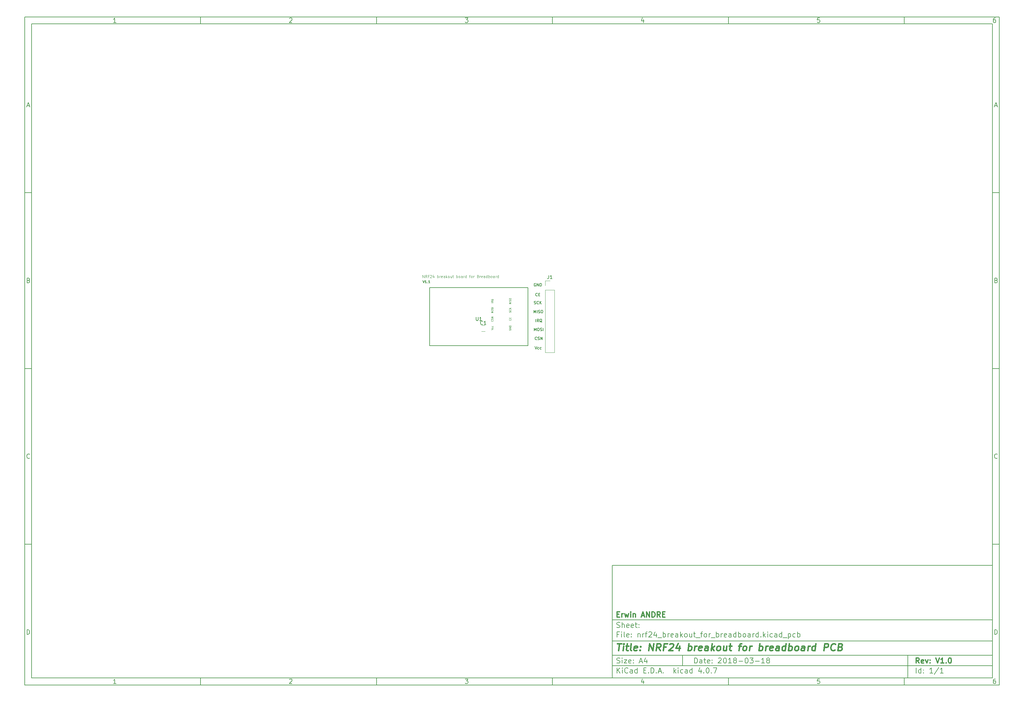
<source format=gto>
G04 #@! TF.FileFunction,Legend,Top*
%FSLAX46Y46*%
G04 Gerber Fmt 4.6, Leading zero omitted, Abs format (unit mm)*
G04 Created by KiCad (PCBNEW 4.0.7) date 03/19/18 18:58:34*
%MOMM*%
%LPD*%
G01*
G04 APERTURE LIST*
%ADD10C,0.100000*%
%ADD11C,0.150000*%
%ADD12C,0.300000*%
%ADD13C,0.400000*%
%ADD14C,0.125000*%
%ADD15C,0.175000*%
%ADD16C,0.200000*%
%ADD17C,0.120000*%
G04 APERTURE END LIST*
D10*
D11*
X177002200Y-166007200D02*
X177002200Y-198007200D01*
X285002200Y-198007200D01*
X285002200Y-166007200D01*
X177002200Y-166007200D01*
D10*
D11*
X10000000Y-10000000D02*
X10000000Y-200007200D01*
X287002200Y-200007200D01*
X287002200Y-10000000D01*
X10000000Y-10000000D01*
D10*
D11*
X12000000Y-12000000D02*
X12000000Y-198007200D01*
X285002200Y-198007200D01*
X285002200Y-12000000D01*
X12000000Y-12000000D01*
D10*
D11*
X60000000Y-12000000D02*
X60000000Y-10000000D01*
D10*
D11*
X110000000Y-12000000D02*
X110000000Y-10000000D01*
D10*
D11*
X160000000Y-12000000D02*
X160000000Y-10000000D01*
D10*
D11*
X210000000Y-12000000D02*
X210000000Y-10000000D01*
D10*
D11*
X260000000Y-12000000D02*
X260000000Y-10000000D01*
D10*
D11*
X35990476Y-11588095D02*
X35247619Y-11588095D01*
X35619048Y-11588095D02*
X35619048Y-10288095D01*
X35495238Y-10473810D01*
X35371429Y-10597619D01*
X35247619Y-10659524D01*
D10*
D11*
X85247619Y-10411905D02*
X85309524Y-10350000D01*
X85433333Y-10288095D01*
X85742857Y-10288095D01*
X85866667Y-10350000D01*
X85928571Y-10411905D01*
X85990476Y-10535714D01*
X85990476Y-10659524D01*
X85928571Y-10845238D01*
X85185714Y-11588095D01*
X85990476Y-11588095D01*
D10*
D11*
X135185714Y-10288095D02*
X135990476Y-10288095D01*
X135557143Y-10783333D01*
X135742857Y-10783333D01*
X135866667Y-10845238D01*
X135928571Y-10907143D01*
X135990476Y-11030952D01*
X135990476Y-11340476D01*
X135928571Y-11464286D01*
X135866667Y-11526190D01*
X135742857Y-11588095D01*
X135371429Y-11588095D01*
X135247619Y-11526190D01*
X135185714Y-11464286D01*
D10*
D11*
X185866667Y-10721429D02*
X185866667Y-11588095D01*
X185557143Y-10226190D02*
X185247619Y-11154762D01*
X186052381Y-11154762D01*
D10*
D11*
X235928571Y-10288095D02*
X235309524Y-10288095D01*
X235247619Y-10907143D01*
X235309524Y-10845238D01*
X235433333Y-10783333D01*
X235742857Y-10783333D01*
X235866667Y-10845238D01*
X235928571Y-10907143D01*
X235990476Y-11030952D01*
X235990476Y-11340476D01*
X235928571Y-11464286D01*
X235866667Y-11526190D01*
X235742857Y-11588095D01*
X235433333Y-11588095D01*
X235309524Y-11526190D01*
X235247619Y-11464286D01*
D10*
D11*
X285866667Y-10288095D02*
X285619048Y-10288095D01*
X285495238Y-10350000D01*
X285433333Y-10411905D01*
X285309524Y-10597619D01*
X285247619Y-10845238D01*
X285247619Y-11340476D01*
X285309524Y-11464286D01*
X285371429Y-11526190D01*
X285495238Y-11588095D01*
X285742857Y-11588095D01*
X285866667Y-11526190D01*
X285928571Y-11464286D01*
X285990476Y-11340476D01*
X285990476Y-11030952D01*
X285928571Y-10907143D01*
X285866667Y-10845238D01*
X285742857Y-10783333D01*
X285495238Y-10783333D01*
X285371429Y-10845238D01*
X285309524Y-10907143D01*
X285247619Y-11030952D01*
D10*
D11*
X60000000Y-198007200D02*
X60000000Y-200007200D01*
D10*
D11*
X110000000Y-198007200D02*
X110000000Y-200007200D01*
D10*
D11*
X160000000Y-198007200D02*
X160000000Y-200007200D01*
D10*
D11*
X210000000Y-198007200D02*
X210000000Y-200007200D01*
D10*
D11*
X260000000Y-198007200D02*
X260000000Y-200007200D01*
D10*
D11*
X35990476Y-199595295D02*
X35247619Y-199595295D01*
X35619048Y-199595295D02*
X35619048Y-198295295D01*
X35495238Y-198481010D01*
X35371429Y-198604819D01*
X35247619Y-198666724D01*
D10*
D11*
X85247619Y-198419105D02*
X85309524Y-198357200D01*
X85433333Y-198295295D01*
X85742857Y-198295295D01*
X85866667Y-198357200D01*
X85928571Y-198419105D01*
X85990476Y-198542914D01*
X85990476Y-198666724D01*
X85928571Y-198852438D01*
X85185714Y-199595295D01*
X85990476Y-199595295D01*
D10*
D11*
X135185714Y-198295295D02*
X135990476Y-198295295D01*
X135557143Y-198790533D01*
X135742857Y-198790533D01*
X135866667Y-198852438D01*
X135928571Y-198914343D01*
X135990476Y-199038152D01*
X135990476Y-199347676D01*
X135928571Y-199471486D01*
X135866667Y-199533390D01*
X135742857Y-199595295D01*
X135371429Y-199595295D01*
X135247619Y-199533390D01*
X135185714Y-199471486D01*
D10*
D11*
X185866667Y-198728629D02*
X185866667Y-199595295D01*
X185557143Y-198233390D02*
X185247619Y-199161962D01*
X186052381Y-199161962D01*
D10*
D11*
X235928571Y-198295295D02*
X235309524Y-198295295D01*
X235247619Y-198914343D01*
X235309524Y-198852438D01*
X235433333Y-198790533D01*
X235742857Y-198790533D01*
X235866667Y-198852438D01*
X235928571Y-198914343D01*
X235990476Y-199038152D01*
X235990476Y-199347676D01*
X235928571Y-199471486D01*
X235866667Y-199533390D01*
X235742857Y-199595295D01*
X235433333Y-199595295D01*
X235309524Y-199533390D01*
X235247619Y-199471486D01*
D10*
D11*
X285866667Y-198295295D02*
X285619048Y-198295295D01*
X285495238Y-198357200D01*
X285433333Y-198419105D01*
X285309524Y-198604819D01*
X285247619Y-198852438D01*
X285247619Y-199347676D01*
X285309524Y-199471486D01*
X285371429Y-199533390D01*
X285495238Y-199595295D01*
X285742857Y-199595295D01*
X285866667Y-199533390D01*
X285928571Y-199471486D01*
X285990476Y-199347676D01*
X285990476Y-199038152D01*
X285928571Y-198914343D01*
X285866667Y-198852438D01*
X285742857Y-198790533D01*
X285495238Y-198790533D01*
X285371429Y-198852438D01*
X285309524Y-198914343D01*
X285247619Y-199038152D01*
D10*
D11*
X10000000Y-60000000D02*
X12000000Y-60000000D01*
D10*
D11*
X10000000Y-110000000D02*
X12000000Y-110000000D01*
D10*
D11*
X10000000Y-160000000D02*
X12000000Y-160000000D01*
D10*
D11*
X10690476Y-35216667D02*
X11309524Y-35216667D01*
X10566667Y-35588095D02*
X11000000Y-34288095D01*
X11433333Y-35588095D01*
D10*
D11*
X11092857Y-84907143D02*
X11278571Y-84969048D01*
X11340476Y-85030952D01*
X11402381Y-85154762D01*
X11402381Y-85340476D01*
X11340476Y-85464286D01*
X11278571Y-85526190D01*
X11154762Y-85588095D01*
X10659524Y-85588095D01*
X10659524Y-84288095D01*
X11092857Y-84288095D01*
X11216667Y-84350000D01*
X11278571Y-84411905D01*
X11340476Y-84535714D01*
X11340476Y-84659524D01*
X11278571Y-84783333D01*
X11216667Y-84845238D01*
X11092857Y-84907143D01*
X10659524Y-84907143D01*
D10*
D11*
X11402381Y-135464286D02*
X11340476Y-135526190D01*
X11154762Y-135588095D01*
X11030952Y-135588095D01*
X10845238Y-135526190D01*
X10721429Y-135402381D01*
X10659524Y-135278571D01*
X10597619Y-135030952D01*
X10597619Y-134845238D01*
X10659524Y-134597619D01*
X10721429Y-134473810D01*
X10845238Y-134350000D01*
X11030952Y-134288095D01*
X11154762Y-134288095D01*
X11340476Y-134350000D01*
X11402381Y-134411905D01*
D10*
D11*
X10659524Y-185588095D02*
X10659524Y-184288095D01*
X10969048Y-184288095D01*
X11154762Y-184350000D01*
X11278571Y-184473810D01*
X11340476Y-184597619D01*
X11402381Y-184845238D01*
X11402381Y-185030952D01*
X11340476Y-185278571D01*
X11278571Y-185402381D01*
X11154762Y-185526190D01*
X10969048Y-185588095D01*
X10659524Y-185588095D01*
D10*
D11*
X287002200Y-60000000D02*
X285002200Y-60000000D01*
D10*
D11*
X287002200Y-110000000D02*
X285002200Y-110000000D01*
D10*
D11*
X287002200Y-160000000D02*
X285002200Y-160000000D01*
D10*
D11*
X285692676Y-35216667D02*
X286311724Y-35216667D01*
X285568867Y-35588095D02*
X286002200Y-34288095D01*
X286435533Y-35588095D01*
D10*
D11*
X286095057Y-84907143D02*
X286280771Y-84969048D01*
X286342676Y-85030952D01*
X286404581Y-85154762D01*
X286404581Y-85340476D01*
X286342676Y-85464286D01*
X286280771Y-85526190D01*
X286156962Y-85588095D01*
X285661724Y-85588095D01*
X285661724Y-84288095D01*
X286095057Y-84288095D01*
X286218867Y-84350000D01*
X286280771Y-84411905D01*
X286342676Y-84535714D01*
X286342676Y-84659524D01*
X286280771Y-84783333D01*
X286218867Y-84845238D01*
X286095057Y-84907143D01*
X285661724Y-84907143D01*
D10*
D11*
X286404581Y-135464286D02*
X286342676Y-135526190D01*
X286156962Y-135588095D01*
X286033152Y-135588095D01*
X285847438Y-135526190D01*
X285723629Y-135402381D01*
X285661724Y-135278571D01*
X285599819Y-135030952D01*
X285599819Y-134845238D01*
X285661724Y-134597619D01*
X285723629Y-134473810D01*
X285847438Y-134350000D01*
X286033152Y-134288095D01*
X286156962Y-134288095D01*
X286342676Y-134350000D01*
X286404581Y-134411905D01*
D10*
D11*
X285661724Y-185588095D02*
X285661724Y-184288095D01*
X285971248Y-184288095D01*
X286156962Y-184350000D01*
X286280771Y-184473810D01*
X286342676Y-184597619D01*
X286404581Y-184845238D01*
X286404581Y-185030952D01*
X286342676Y-185278571D01*
X286280771Y-185402381D01*
X286156962Y-185526190D01*
X285971248Y-185588095D01*
X285661724Y-185588095D01*
D10*
D11*
X200359343Y-193785771D02*
X200359343Y-192285771D01*
X200716486Y-192285771D01*
X200930771Y-192357200D01*
X201073629Y-192500057D01*
X201145057Y-192642914D01*
X201216486Y-192928629D01*
X201216486Y-193142914D01*
X201145057Y-193428629D01*
X201073629Y-193571486D01*
X200930771Y-193714343D01*
X200716486Y-193785771D01*
X200359343Y-193785771D01*
X202502200Y-193785771D02*
X202502200Y-193000057D01*
X202430771Y-192857200D01*
X202287914Y-192785771D01*
X202002200Y-192785771D01*
X201859343Y-192857200D01*
X202502200Y-193714343D02*
X202359343Y-193785771D01*
X202002200Y-193785771D01*
X201859343Y-193714343D01*
X201787914Y-193571486D01*
X201787914Y-193428629D01*
X201859343Y-193285771D01*
X202002200Y-193214343D01*
X202359343Y-193214343D01*
X202502200Y-193142914D01*
X203002200Y-192785771D02*
X203573629Y-192785771D01*
X203216486Y-192285771D02*
X203216486Y-193571486D01*
X203287914Y-193714343D01*
X203430772Y-193785771D01*
X203573629Y-193785771D01*
X204645057Y-193714343D02*
X204502200Y-193785771D01*
X204216486Y-193785771D01*
X204073629Y-193714343D01*
X204002200Y-193571486D01*
X204002200Y-193000057D01*
X204073629Y-192857200D01*
X204216486Y-192785771D01*
X204502200Y-192785771D01*
X204645057Y-192857200D01*
X204716486Y-193000057D01*
X204716486Y-193142914D01*
X204002200Y-193285771D01*
X205359343Y-193642914D02*
X205430771Y-193714343D01*
X205359343Y-193785771D01*
X205287914Y-193714343D01*
X205359343Y-193642914D01*
X205359343Y-193785771D01*
X205359343Y-192857200D02*
X205430771Y-192928629D01*
X205359343Y-193000057D01*
X205287914Y-192928629D01*
X205359343Y-192857200D01*
X205359343Y-193000057D01*
X207145057Y-192428629D02*
X207216486Y-192357200D01*
X207359343Y-192285771D01*
X207716486Y-192285771D01*
X207859343Y-192357200D01*
X207930772Y-192428629D01*
X208002200Y-192571486D01*
X208002200Y-192714343D01*
X207930772Y-192928629D01*
X207073629Y-193785771D01*
X208002200Y-193785771D01*
X208930771Y-192285771D02*
X209073628Y-192285771D01*
X209216485Y-192357200D01*
X209287914Y-192428629D01*
X209359343Y-192571486D01*
X209430771Y-192857200D01*
X209430771Y-193214343D01*
X209359343Y-193500057D01*
X209287914Y-193642914D01*
X209216485Y-193714343D01*
X209073628Y-193785771D01*
X208930771Y-193785771D01*
X208787914Y-193714343D01*
X208716485Y-193642914D01*
X208645057Y-193500057D01*
X208573628Y-193214343D01*
X208573628Y-192857200D01*
X208645057Y-192571486D01*
X208716485Y-192428629D01*
X208787914Y-192357200D01*
X208930771Y-192285771D01*
X210859342Y-193785771D02*
X210002199Y-193785771D01*
X210430771Y-193785771D02*
X210430771Y-192285771D01*
X210287914Y-192500057D01*
X210145056Y-192642914D01*
X210002199Y-192714343D01*
X211716485Y-192928629D02*
X211573627Y-192857200D01*
X211502199Y-192785771D01*
X211430770Y-192642914D01*
X211430770Y-192571486D01*
X211502199Y-192428629D01*
X211573627Y-192357200D01*
X211716485Y-192285771D01*
X212002199Y-192285771D01*
X212145056Y-192357200D01*
X212216485Y-192428629D01*
X212287913Y-192571486D01*
X212287913Y-192642914D01*
X212216485Y-192785771D01*
X212145056Y-192857200D01*
X212002199Y-192928629D01*
X211716485Y-192928629D01*
X211573627Y-193000057D01*
X211502199Y-193071486D01*
X211430770Y-193214343D01*
X211430770Y-193500057D01*
X211502199Y-193642914D01*
X211573627Y-193714343D01*
X211716485Y-193785771D01*
X212002199Y-193785771D01*
X212145056Y-193714343D01*
X212216485Y-193642914D01*
X212287913Y-193500057D01*
X212287913Y-193214343D01*
X212216485Y-193071486D01*
X212145056Y-193000057D01*
X212002199Y-192928629D01*
X212930770Y-193214343D02*
X214073627Y-193214343D01*
X215073627Y-192285771D02*
X215216484Y-192285771D01*
X215359341Y-192357200D01*
X215430770Y-192428629D01*
X215502199Y-192571486D01*
X215573627Y-192857200D01*
X215573627Y-193214343D01*
X215502199Y-193500057D01*
X215430770Y-193642914D01*
X215359341Y-193714343D01*
X215216484Y-193785771D01*
X215073627Y-193785771D01*
X214930770Y-193714343D01*
X214859341Y-193642914D01*
X214787913Y-193500057D01*
X214716484Y-193214343D01*
X214716484Y-192857200D01*
X214787913Y-192571486D01*
X214859341Y-192428629D01*
X214930770Y-192357200D01*
X215073627Y-192285771D01*
X216073627Y-192285771D02*
X217002198Y-192285771D01*
X216502198Y-192857200D01*
X216716484Y-192857200D01*
X216859341Y-192928629D01*
X216930770Y-193000057D01*
X217002198Y-193142914D01*
X217002198Y-193500057D01*
X216930770Y-193642914D01*
X216859341Y-193714343D01*
X216716484Y-193785771D01*
X216287912Y-193785771D01*
X216145055Y-193714343D01*
X216073627Y-193642914D01*
X217645055Y-193214343D02*
X218787912Y-193214343D01*
X220287912Y-193785771D02*
X219430769Y-193785771D01*
X219859341Y-193785771D02*
X219859341Y-192285771D01*
X219716484Y-192500057D01*
X219573626Y-192642914D01*
X219430769Y-192714343D01*
X221145055Y-192928629D02*
X221002197Y-192857200D01*
X220930769Y-192785771D01*
X220859340Y-192642914D01*
X220859340Y-192571486D01*
X220930769Y-192428629D01*
X221002197Y-192357200D01*
X221145055Y-192285771D01*
X221430769Y-192285771D01*
X221573626Y-192357200D01*
X221645055Y-192428629D01*
X221716483Y-192571486D01*
X221716483Y-192642914D01*
X221645055Y-192785771D01*
X221573626Y-192857200D01*
X221430769Y-192928629D01*
X221145055Y-192928629D01*
X221002197Y-193000057D01*
X220930769Y-193071486D01*
X220859340Y-193214343D01*
X220859340Y-193500057D01*
X220930769Y-193642914D01*
X221002197Y-193714343D01*
X221145055Y-193785771D01*
X221430769Y-193785771D01*
X221573626Y-193714343D01*
X221645055Y-193642914D01*
X221716483Y-193500057D01*
X221716483Y-193214343D01*
X221645055Y-193071486D01*
X221573626Y-193000057D01*
X221430769Y-192928629D01*
D10*
D11*
X177002200Y-194507200D02*
X285002200Y-194507200D01*
D10*
D11*
X178359343Y-196585771D02*
X178359343Y-195085771D01*
X179216486Y-196585771D02*
X178573629Y-195728629D01*
X179216486Y-195085771D02*
X178359343Y-195942914D01*
X179859343Y-196585771D02*
X179859343Y-195585771D01*
X179859343Y-195085771D02*
X179787914Y-195157200D01*
X179859343Y-195228629D01*
X179930771Y-195157200D01*
X179859343Y-195085771D01*
X179859343Y-195228629D01*
X181430772Y-196442914D02*
X181359343Y-196514343D01*
X181145057Y-196585771D01*
X181002200Y-196585771D01*
X180787915Y-196514343D01*
X180645057Y-196371486D01*
X180573629Y-196228629D01*
X180502200Y-195942914D01*
X180502200Y-195728629D01*
X180573629Y-195442914D01*
X180645057Y-195300057D01*
X180787915Y-195157200D01*
X181002200Y-195085771D01*
X181145057Y-195085771D01*
X181359343Y-195157200D01*
X181430772Y-195228629D01*
X182716486Y-196585771D02*
X182716486Y-195800057D01*
X182645057Y-195657200D01*
X182502200Y-195585771D01*
X182216486Y-195585771D01*
X182073629Y-195657200D01*
X182716486Y-196514343D02*
X182573629Y-196585771D01*
X182216486Y-196585771D01*
X182073629Y-196514343D01*
X182002200Y-196371486D01*
X182002200Y-196228629D01*
X182073629Y-196085771D01*
X182216486Y-196014343D01*
X182573629Y-196014343D01*
X182716486Y-195942914D01*
X184073629Y-196585771D02*
X184073629Y-195085771D01*
X184073629Y-196514343D02*
X183930772Y-196585771D01*
X183645058Y-196585771D01*
X183502200Y-196514343D01*
X183430772Y-196442914D01*
X183359343Y-196300057D01*
X183359343Y-195871486D01*
X183430772Y-195728629D01*
X183502200Y-195657200D01*
X183645058Y-195585771D01*
X183930772Y-195585771D01*
X184073629Y-195657200D01*
X185930772Y-195800057D02*
X186430772Y-195800057D01*
X186645058Y-196585771D02*
X185930772Y-196585771D01*
X185930772Y-195085771D01*
X186645058Y-195085771D01*
X187287915Y-196442914D02*
X187359343Y-196514343D01*
X187287915Y-196585771D01*
X187216486Y-196514343D01*
X187287915Y-196442914D01*
X187287915Y-196585771D01*
X188002201Y-196585771D02*
X188002201Y-195085771D01*
X188359344Y-195085771D01*
X188573629Y-195157200D01*
X188716487Y-195300057D01*
X188787915Y-195442914D01*
X188859344Y-195728629D01*
X188859344Y-195942914D01*
X188787915Y-196228629D01*
X188716487Y-196371486D01*
X188573629Y-196514343D01*
X188359344Y-196585771D01*
X188002201Y-196585771D01*
X189502201Y-196442914D02*
X189573629Y-196514343D01*
X189502201Y-196585771D01*
X189430772Y-196514343D01*
X189502201Y-196442914D01*
X189502201Y-196585771D01*
X190145058Y-196157200D02*
X190859344Y-196157200D01*
X190002201Y-196585771D02*
X190502201Y-195085771D01*
X191002201Y-196585771D01*
X191502201Y-196442914D02*
X191573629Y-196514343D01*
X191502201Y-196585771D01*
X191430772Y-196514343D01*
X191502201Y-196442914D01*
X191502201Y-196585771D01*
X194502201Y-196585771D02*
X194502201Y-195085771D01*
X194645058Y-196014343D02*
X195073629Y-196585771D01*
X195073629Y-195585771D02*
X194502201Y-196157200D01*
X195716487Y-196585771D02*
X195716487Y-195585771D01*
X195716487Y-195085771D02*
X195645058Y-195157200D01*
X195716487Y-195228629D01*
X195787915Y-195157200D01*
X195716487Y-195085771D01*
X195716487Y-195228629D01*
X197073630Y-196514343D02*
X196930773Y-196585771D01*
X196645059Y-196585771D01*
X196502201Y-196514343D01*
X196430773Y-196442914D01*
X196359344Y-196300057D01*
X196359344Y-195871486D01*
X196430773Y-195728629D01*
X196502201Y-195657200D01*
X196645059Y-195585771D01*
X196930773Y-195585771D01*
X197073630Y-195657200D01*
X198359344Y-196585771D02*
X198359344Y-195800057D01*
X198287915Y-195657200D01*
X198145058Y-195585771D01*
X197859344Y-195585771D01*
X197716487Y-195657200D01*
X198359344Y-196514343D02*
X198216487Y-196585771D01*
X197859344Y-196585771D01*
X197716487Y-196514343D01*
X197645058Y-196371486D01*
X197645058Y-196228629D01*
X197716487Y-196085771D01*
X197859344Y-196014343D01*
X198216487Y-196014343D01*
X198359344Y-195942914D01*
X199716487Y-196585771D02*
X199716487Y-195085771D01*
X199716487Y-196514343D02*
X199573630Y-196585771D01*
X199287916Y-196585771D01*
X199145058Y-196514343D01*
X199073630Y-196442914D01*
X199002201Y-196300057D01*
X199002201Y-195871486D01*
X199073630Y-195728629D01*
X199145058Y-195657200D01*
X199287916Y-195585771D01*
X199573630Y-195585771D01*
X199716487Y-195657200D01*
X202216487Y-195585771D02*
X202216487Y-196585771D01*
X201859344Y-195014343D02*
X201502201Y-196085771D01*
X202430773Y-196085771D01*
X203002201Y-196442914D02*
X203073629Y-196514343D01*
X203002201Y-196585771D01*
X202930772Y-196514343D01*
X203002201Y-196442914D01*
X203002201Y-196585771D01*
X204002201Y-195085771D02*
X204145058Y-195085771D01*
X204287915Y-195157200D01*
X204359344Y-195228629D01*
X204430773Y-195371486D01*
X204502201Y-195657200D01*
X204502201Y-196014343D01*
X204430773Y-196300057D01*
X204359344Y-196442914D01*
X204287915Y-196514343D01*
X204145058Y-196585771D01*
X204002201Y-196585771D01*
X203859344Y-196514343D01*
X203787915Y-196442914D01*
X203716487Y-196300057D01*
X203645058Y-196014343D01*
X203645058Y-195657200D01*
X203716487Y-195371486D01*
X203787915Y-195228629D01*
X203859344Y-195157200D01*
X204002201Y-195085771D01*
X205145058Y-196442914D02*
X205216486Y-196514343D01*
X205145058Y-196585771D01*
X205073629Y-196514343D01*
X205145058Y-196442914D01*
X205145058Y-196585771D01*
X205716487Y-195085771D02*
X206716487Y-195085771D01*
X206073630Y-196585771D01*
D10*
D11*
X177002200Y-191507200D02*
X285002200Y-191507200D01*
D10*
D12*
X264216486Y-193785771D02*
X263716486Y-193071486D01*
X263359343Y-193785771D02*
X263359343Y-192285771D01*
X263930771Y-192285771D01*
X264073629Y-192357200D01*
X264145057Y-192428629D01*
X264216486Y-192571486D01*
X264216486Y-192785771D01*
X264145057Y-192928629D01*
X264073629Y-193000057D01*
X263930771Y-193071486D01*
X263359343Y-193071486D01*
X265430771Y-193714343D02*
X265287914Y-193785771D01*
X265002200Y-193785771D01*
X264859343Y-193714343D01*
X264787914Y-193571486D01*
X264787914Y-193000057D01*
X264859343Y-192857200D01*
X265002200Y-192785771D01*
X265287914Y-192785771D01*
X265430771Y-192857200D01*
X265502200Y-193000057D01*
X265502200Y-193142914D01*
X264787914Y-193285771D01*
X266002200Y-192785771D02*
X266359343Y-193785771D01*
X266716485Y-192785771D01*
X267287914Y-193642914D02*
X267359342Y-193714343D01*
X267287914Y-193785771D01*
X267216485Y-193714343D01*
X267287914Y-193642914D01*
X267287914Y-193785771D01*
X267287914Y-192857200D02*
X267359342Y-192928629D01*
X267287914Y-193000057D01*
X267216485Y-192928629D01*
X267287914Y-192857200D01*
X267287914Y-193000057D01*
X268930771Y-192285771D02*
X269430771Y-193785771D01*
X269930771Y-192285771D01*
X271216485Y-193785771D02*
X270359342Y-193785771D01*
X270787914Y-193785771D02*
X270787914Y-192285771D01*
X270645057Y-192500057D01*
X270502199Y-192642914D01*
X270359342Y-192714343D01*
X271859342Y-193642914D02*
X271930770Y-193714343D01*
X271859342Y-193785771D01*
X271787913Y-193714343D01*
X271859342Y-193642914D01*
X271859342Y-193785771D01*
X272859342Y-192285771D02*
X273002199Y-192285771D01*
X273145056Y-192357200D01*
X273216485Y-192428629D01*
X273287914Y-192571486D01*
X273359342Y-192857200D01*
X273359342Y-193214343D01*
X273287914Y-193500057D01*
X273216485Y-193642914D01*
X273145056Y-193714343D01*
X273002199Y-193785771D01*
X272859342Y-193785771D01*
X272716485Y-193714343D01*
X272645056Y-193642914D01*
X272573628Y-193500057D01*
X272502199Y-193214343D01*
X272502199Y-192857200D01*
X272573628Y-192571486D01*
X272645056Y-192428629D01*
X272716485Y-192357200D01*
X272859342Y-192285771D01*
D10*
D11*
X178287914Y-193714343D02*
X178502200Y-193785771D01*
X178859343Y-193785771D01*
X179002200Y-193714343D01*
X179073629Y-193642914D01*
X179145057Y-193500057D01*
X179145057Y-193357200D01*
X179073629Y-193214343D01*
X179002200Y-193142914D01*
X178859343Y-193071486D01*
X178573629Y-193000057D01*
X178430771Y-192928629D01*
X178359343Y-192857200D01*
X178287914Y-192714343D01*
X178287914Y-192571486D01*
X178359343Y-192428629D01*
X178430771Y-192357200D01*
X178573629Y-192285771D01*
X178930771Y-192285771D01*
X179145057Y-192357200D01*
X179787914Y-193785771D02*
X179787914Y-192785771D01*
X179787914Y-192285771D02*
X179716485Y-192357200D01*
X179787914Y-192428629D01*
X179859342Y-192357200D01*
X179787914Y-192285771D01*
X179787914Y-192428629D01*
X180359343Y-192785771D02*
X181145057Y-192785771D01*
X180359343Y-193785771D01*
X181145057Y-193785771D01*
X182287914Y-193714343D02*
X182145057Y-193785771D01*
X181859343Y-193785771D01*
X181716486Y-193714343D01*
X181645057Y-193571486D01*
X181645057Y-193000057D01*
X181716486Y-192857200D01*
X181859343Y-192785771D01*
X182145057Y-192785771D01*
X182287914Y-192857200D01*
X182359343Y-193000057D01*
X182359343Y-193142914D01*
X181645057Y-193285771D01*
X183002200Y-193642914D02*
X183073628Y-193714343D01*
X183002200Y-193785771D01*
X182930771Y-193714343D01*
X183002200Y-193642914D01*
X183002200Y-193785771D01*
X183002200Y-192857200D02*
X183073628Y-192928629D01*
X183002200Y-193000057D01*
X182930771Y-192928629D01*
X183002200Y-192857200D01*
X183002200Y-193000057D01*
X184787914Y-193357200D02*
X185502200Y-193357200D01*
X184645057Y-193785771D02*
X185145057Y-192285771D01*
X185645057Y-193785771D01*
X186787914Y-192785771D02*
X186787914Y-193785771D01*
X186430771Y-192214343D02*
X186073628Y-193285771D01*
X187002200Y-193285771D01*
D10*
D11*
X263359343Y-196585771D02*
X263359343Y-195085771D01*
X264716486Y-196585771D02*
X264716486Y-195085771D01*
X264716486Y-196514343D02*
X264573629Y-196585771D01*
X264287915Y-196585771D01*
X264145057Y-196514343D01*
X264073629Y-196442914D01*
X264002200Y-196300057D01*
X264002200Y-195871486D01*
X264073629Y-195728629D01*
X264145057Y-195657200D01*
X264287915Y-195585771D01*
X264573629Y-195585771D01*
X264716486Y-195657200D01*
X265430772Y-196442914D02*
X265502200Y-196514343D01*
X265430772Y-196585771D01*
X265359343Y-196514343D01*
X265430772Y-196442914D01*
X265430772Y-196585771D01*
X265430772Y-195657200D02*
X265502200Y-195728629D01*
X265430772Y-195800057D01*
X265359343Y-195728629D01*
X265430772Y-195657200D01*
X265430772Y-195800057D01*
X268073629Y-196585771D02*
X267216486Y-196585771D01*
X267645058Y-196585771D02*
X267645058Y-195085771D01*
X267502201Y-195300057D01*
X267359343Y-195442914D01*
X267216486Y-195514343D01*
X269787914Y-195014343D02*
X268502200Y-196942914D01*
X271073629Y-196585771D02*
X270216486Y-196585771D01*
X270645058Y-196585771D02*
X270645058Y-195085771D01*
X270502201Y-195300057D01*
X270359343Y-195442914D01*
X270216486Y-195514343D01*
D10*
D11*
X177002200Y-187507200D02*
X285002200Y-187507200D01*
D10*
D13*
X178454581Y-188211962D02*
X179597438Y-188211962D01*
X178776010Y-190211962D02*
X179026010Y-188211962D01*
X180014105Y-190211962D02*
X180180771Y-188878629D01*
X180264105Y-188211962D02*
X180156962Y-188307200D01*
X180240295Y-188402438D01*
X180347439Y-188307200D01*
X180264105Y-188211962D01*
X180240295Y-188402438D01*
X180847438Y-188878629D02*
X181609343Y-188878629D01*
X181216486Y-188211962D02*
X181002200Y-189926248D01*
X181073630Y-190116724D01*
X181252201Y-190211962D01*
X181442677Y-190211962D01*
X182395058Y-190211962D02*
X182216487Y-190116724D01*
X182145057Y-189926248D01*
X182359343Y-188211962D01*
X183930772Y-190116724D02*
X183728391Y-190211962D01*
X183347439Y-190211962D01*
X183168867Y-190116724D01*
X183097438Y-189926248D01*
X183192676Y-189164343D01*
X183311724Y-188973867D01*
X183514105Y-188878629D01*
X183895057Y-188878629D01*
X184073629Y-188973867D01*
X184145057Y-189164343D01*
X184121248Y-189354819D01*
X183145057Y-189545295D01*
X184895057Y-190021486D02*
X184978392Y-190116724D01*
X184871248Y-190211962D01*
X184787915Y-190116724D01*
X184895057Y-190021486D01*
X184871248Y-190211962D01*
X185026010Y-188973867D02*
X185109344Y-189069105D01*
X185002200Y-189164343D01*
X184918867Y-189069105D01*
X185026010Y-188973867D01*
X185002200Y-189164343D01*
X187347439Y-190211962D02*
X187597439Y-188211962D01*
X188490297Y-190211962D01*
X188740297Y-188211962D01*
X190585535Y-190211962D02*
X190037915Y-189259581D01*
X189442677Y-190211962D02*
X189692677Y-188211962D01*
X190454582Y-188211962D01*
X190633153Y-188307200D01*
X190716487Y-188402438D01*
X190787916Y-188592914D01*
X190752201Y-188878629D01*
X190633154Y-189069105D01*
X190526010Y-189164343D01*
X190323629Y-189259581D01*
X189561724Y-189259581D01*
X192240296Y-189164343D02*
X191573629Y-189164343D01*
X191442677Y-190211962D02*
X191692677Y-188211962D01*
X192645058Y-188211962D01*
X193287915Y-188402438D02*
X193395058Y-188307200D01*
X193597440Y-188211962D01*
X194073630Y-188211962D01*
X194252201Y-188307200D01*
X194335534Y-188402438D01*
X194406964Y-188592914D01*
X194383154Y-188783390D01*
X194252201Y-189069105D01*
X192966487Y-190211962D01*
X194204583Y-190211962D01*
X196085534Y-188878629D02*
X195918868Y-190211962D01*
X195704583Y-188116724D02*
X195049820Y-189545295D01*
X196287916Y-189545295D01*
X198490297Y-190211962D02*
X198740297Y-188211962D01*
X198645059Y-188973867D02*
X198847440Y-188878629D01*
X199228392Y-188878629D01*
X199406964Y-188973867D01*
X199490297Y-189069105D01*
X199561725Y-189259581D01*
X199490297Y-189831010D01*
X199371249Y-190021486D01*
X199264107Y-190116724D01*
X199061726Y-190211962D01*
X198680774Y-190211962D01*
X198502202Y-190116724D01*
X200299821Y-190211962D02*
X200466487Y-188878629D01*
X200418868Y-189259581D02*
X200537917Y-189069105D01*
X200645060Y-188973867D01*
X200847440Y-188878629D01*
X201037916Y-188878629D01*
X202311726Y-190116724D02*
X202109345Y-190211962D01*
X201728393Y-190211962D01*
X201549821Y-190116724D01*
X201478392Y-189926248D01*
X201573630Y-189164343D01*
X201692678Y-188973867D01*
X201895059Y-188878629D01*
X202276011Y-188878629D01*
X202454583Y-188973867D01*
X202526011Y-189164343D01*
X202502202Y-189354819D01*
X201526011Y-189545295D01*
X204109345Y-190211962D02*
X204240297Y-189164343D01*
X204168869Y-188973867D01*
X203990297Y-188878629D01*
X203609345Y-188878629D01*
X203406964Y-188973867D01*
X204121250Y-190116724D02*
X203918869Y-190211962D01*
X203442679Y-190211962D01*
X203264107Y-190116724D01*
X203192678Y-189926248D01*
X203216488Y-189735771D01*
X203335535Y-189545295D01*
X203537917Y-189450057D01*
X204014107Y-189450057D01*
X204216488Y-189354819D01*
X205061726Y-190211962D02*
X205311726Y-188211962D01*
X205347441Y-189450057D02*
X205823631Y-190211962D01*
X205990297Y-188878629D02*
X205133154Y-189640533D01*
X206966489Y-190211962D02*
X206787918Y-190116724D01*
X206704583Y-190021486D01*
X206633155Y-189831010D01*
X206704583Y-189259581D01*
X206823631Y-189069105D01*
X206930775Y-188973867D01*
X207133155Y-188878629D01*
X207418869Y-188878629D01*
X207597441Y-188973867D01*
X207680774Y-189069105D01*
X207752202Y-189259581D01*
X207680774Y-189831010D01*
X207561726Y-190021486D01*
X207454584Y-190116724D01*
X207252203Y-190211962D01*
X206966489Y-190211962D01*
X209514107Y-188878629D02*
X209347441Y-190211962D01*
X208656964Y-188878629D02*
X208526012Y-189926248D01*
X208597442Y-190116724D01*
X208776013Y-190211962D01*
X209061727Y-190211962D01*
X209264108Y-190116724D01*
X209371250Y-190021486D01*
X210180774Y-188878629D02*
X210942679Y-188878629D01*
X210549822Y-188211962D02*
X210335536Y-189926248D01*
X210406966Y-190116724D01*
X210585537Y-190211962D01*
X210776013Y-190211962D01*
X212847441Y-188878629D02*
X213609346Y-188878629D01*
X212966489Y-190211962D02*
X213180775Y-188497676D01*
X213299823Y-188307200D01*
X213502204Y-188211962D01*
X213692680Y-188211962D01*
X214395061Y-190211962D02*
X214216490Y-190116724D01*
X214133155Y-190021486D01*
X214061727Y-189831010D01*
X214133155Y-189259581D01*
X214252203Y-189069105D01*
X214359347Y-188973867D01*
X214561727Y-188878629D01*
X214847441Y-188878629D01*
X215026013Y-188973867D01*
X215109346Y-189069105D01*
X215180774Y-189259581D01*
X215109346Y-189831010D01*
X214990298Y-190021486D01*
X214883156Y-190116724D01*
X214680775Y-190211962D01*
X214395061Y-190211962D01*
X215918870Y-190211962D02*
X216085536Y-188878629D01*
X216037917Y-189259581D02*
X216156966Y-189069105D01*
X216264109Y-188973867D01*
X216466489Y-188878629D01*
X216656965Y-188878629D01*
X218680775Y-190211962D02*
X218930775Y-188211962D01*
X218835537Y-188973867D02*
X219037918Y-188878629D01*
X219418870Y-188878629D01*
X219597442Y-188973867D01*
X219680775Y-189069105D01*
X219752203Y-189259581D01*
X219680775Y-189831010D01*
X219561727Y-190021486D01*
X219454585Y-190116724D01*
X219252204Y-190211962D01*
X218871252Y-190211962D01*
X218692680Y-190116724D01*
X220490299Y-190211962D02*
X220656965Y-188878629D01*
X220609346Y-189259581D02*
X220728395Y-189069105D01*
X220835538Y-188973867D01*
X221037918Y-188878629D01*
X221228394Y-188878629D01*
X222502204Y-190116724D02*
X222299823Y-190211962D01*
X221918871Y-190211962D01*
X221740299Y-190116724D01*
X221668870Y-189926248D01*
X221764108Y-189164343D01*
X221883156Y-188973867D01*
X222085537Y-188878629D01*
X222466489Y-188878629D01*
X222645061Y-188973867D01*
X222716489Y-189164343D01*
X222692680Y-189354819D01*
X221716489Y-189545295D01*
X224299823Y-190211962D02*
X224430775Y-189164343D01*
X224359347Y-188973867D01*
X224180775Y-188878629D01*
X223799823Y-188878629D01*
X223597442Y-188973867D01*
X224311728Y-190116724D02*
X224109347Y-190211962D01*
X223633157Y-190211962D01*
X223454585Y-190116724D01*
X223383156Y-189926248D01*
X223406966Y-189735771D01*
X223526013Y-189545295D01*
X223728395Y-189450057D01*
X224204585Y-189450057D01*
X224406966Y-189354819D01*
X226109347Y-190211962D02*
X226359347Y-188211962D01*
X226121252Y-190116724D02*
X225918871Y-190211962D01*
X225537919Y-190211962D01*
X225359348Y-190116724D01*
X225276013Y-190021486D01*
X225204585Y-189831010D01*
X225276013Y-189259581D01*
X225395061Y-189069105D01*
X225502205Y-188973867D01*
X225704585Y-188878629D01*
X226085537Y-188878629D01*
X226264109Y-188973867D01*
X227061728Y-190211962D02*
X227311728Y-188211962D01*
X227216490Y-188973867D02*
X227418871Y-188878629D01*
X227799823Y-188878629D01*
X227978395Y-188973867D01*
X228061728Y-189069105D01*
X228133156Y-189259581D01*
X228061728Y-189831010D01*
X227942680Y-190021486D01*
X227835538Y-190116724D01*
X227633157Y-190211962D01*
X227252205Y-190211962D01*
X227073633Y-190116724D01*
X229156967Y-190211962D02*
X228978396Y-190116724D01*
X228895061Y-190021486D01*
X228823633Y-189831010D01*
X228895061Y-189259581D01*
X229014109Y-189069105D01*
X229121253Y-188973867D01*
X229323633Y-188878629D01*
X229609347Y-188878629D01*
X229787919Y-188973867D01*
X229871252Y-189069105D01*
X229942680Y-189259581D01*
X229871252Y-189831010D01*
X229752204Y-190021486D01*
X229645062Y-190116724D01*
X229442681Y-190211962D01*
X229156967Y-190211962D01*
X231537919Y-190211962D02*
X231668871Y-189164343D01*
X231597443Y-188973867D01*
X231418871Y-188878629D01*
X231037919Y-188878629D01*
X230835538Y-188973867D01*
X231549824Y-190116724D02*
X231347443Y-190211962D01*
X230871253Y-190211962D01*
X230692681Y-190116724D01*
X230621252Y-189926248D01*
X230645062Y-189735771D01*
X230764109Y-189545295D01*
X230966491Y-189450057D01*
X231442681Y-189450057D01*
X231645062Y-189354819D01*
X232490300Y-190211962D02*
X232656966Y-188878629D01*
X232609347Y-189259581D02*
X232728396Y-189069105D01*
X232835539Y-188973867D01*
X233037919Y-188878629D01*
X233228395Y-188878629D01*
X234585538Y-190211962D02*
X234835538Y-188211962D01*
X234597443Y-190116724D02*
X234395062Y-190211962D01*
X234014110Y-190211962D01*
X233835539Y-190116724D01*
X233752204Y-190021486D01*
X233680776Y-189831010D01*
X233752204Y-189259581D01*
X233871252Y-189069105D01*
X233978396Y-188973867D01*
X234180776Y-188878629D01*
X234561728Y-188878629D01*
X234740300Y-188973867D01*
X237061729Y-190211962D02*
X237311729Y-188211962D01*
X238073634Y-188211962D01*
X238252205Y-188307200D01*
X238335539Y-188402438D01*
X238406968Y-188592914D01*
X238371253Y-188878629D01*
X238252206Y-189069105D01*
X238145062Y-189164343D01*
X237942681Y-189259581D01*
X237180776Y-189259581D01*
X240228396Y-190021486D02*
X240121254Y-190116724D01*
X239823634Y-190211962D01*
X239633158Y-190211962D01*
X239359349Y-190116724D01*
X239192682Y-189926248D01*
X239121253Y-189735771D01*
X239073634Y-189354819D01*
X239109348Y-189069105D01*
X239252205Y-188688152D01*
X239371254Y-188497676D01*
X239585539Y-188307200D01*
X239883158Y-188211962D01*
X240073634Y-188211962D01*
X240347444Y-188307200D01*
X240430777Y-188402438D01*
X241859348Y-189164343D02*
X242133157Y-189259581D01*
X242216492Y-189354819D01*
X242287920Y-189545295D01*
X242252206Y-189831010D01*
X242133158Y-190021486D01*
X242026015Y-190116724D01*
X241823634Y-190211962D01*
X241061729Y-190211962D01*
X241311729Y-188211962D01*
X241978396Y-188211962D01*
X242156967Y-188307200D01*
X242240300Y-188402438D01*
X242311730Y-188592914D01*
X242287920Y-188783390D01*
X242168872Y-188973867D01*
X242061729Y-189069105D01*
X241859348Y-189164343D01*
X241192681Y-189164343D01*
D10*
D11*
X178859343Y-185600057D02*
X178359343Y-185600057D01*
X178359343Y-186385771D02*
X178359343Y-184885771D01*
X179073629Y-184885771D01*
X179645057Y-186385771D02*
X179645057Y-185385771D01*
X179645057Y-184885771D02*
X179573628Y-184957200D01*
X179645057Y-185028629D01*
X179716485Y-184957200D01*
X179645057Y-184885771D01*
X179645057Y-185028629D01*
X180573629Y-186385771D02*
X180430771Y-186314343D01*
X180359343Y-186171486D01*
X180359343Y-184885771D01*
X181716485Y-186314343D02*
X181573628Y-186385771D01*
X181287914Y-186385771D01*
X181145057Y-186314343D01*
X181073628Y-186171486D01*
X181073628Y-185600057D01*
X181145057Y-185457200D01*
X181287914Y-185385771D01*
X181573628Y-185385771D01*
X181716485Y-185457200D01*
X181787914Y-185600057D01*
X181787914Y-185742914D01*
X181073628Y-185885771D01*
X182430771Y-186242914D02*
X182502199Y-186314343D01*
X182430771Y-186385771D01*
X182359342Y-186314343D01*
X182430771Y-186242914D01*
X182430771Y-186385771D01*
X182430771Y-185457200D02*
X182502199Y-185528629D01*
X182430771Y-185600057D01*
X182359342Y-185528629D01*
X182430771Y-185457200D01*
X182430771Y-185600057D01*
X184287914Y-185385771D02*
X184287914Y-186385771D01*
X184287914Y-185528629D02*
X184359342Y-185457200D01*
X184502200Y-185385771D01*
X184716485Y-185385771D01*
X184859342Y-185457200D01*
X184930771Y-185600057D01*
X184930771Y-186385771D01*
X185645057Y-186385771D02*
X185645057Y-185385771D01*
X185645057Y-185671486D02*
X185716485Y-185528629D01*
X185787914Y-185457200D01*
X185930771Y-185385771D01*
X186073628Y-185385771D01*
X186359342Y-185385771D02*
X186930771Y-185385771D01*
X186573628Y-186385771D02*
X186573628Y-185100057D01*
X186645056Y-184957200D01*
X186787914Y-184885771D01*
X186930771Y-184885771D01*
X187359342Y-185028629D02*
X187430771Y-184957200D01*
X187573628Y-184885771D01*
X187930771Y-184885771D01*
X188073628Y-184957200D01*
X188145057Y-185028629D01*
X188216485Y-185171486D01*
X188216485Y-185314343D01*
X188145057Y-185528629D01*
X187287914Y-186385771D01*
X188216485Y-186385771D01*
X189502199Y-185385771D02*
X189502199Y-186385771D01*
X189145056Y-184814343D02*
X188787913Y-185885771D01*
X189716485Y-185885771D01*
X189930770Y-186528629D02*
X191073627Y-186528629D01*
X191430770Y-186385771D02*
X191430770Y-184885771D01*
X191430770Y-185457200D02*
X191573627Y-185385771D01*
X191859341Y-185385771D01*
X192002198Y-185457200D01*
X192073627Y-185528629D01*
X192145056Y-185671486D01*
X192145056Y-186100057D01*
X192073627Y-186242914D01*
X192002198Y-186314343D01*
X191859341Y-186385771D01*
X191573627Y-186385771D01*
X191430770Y-186314343D01*
X192787913Y-186385771D02*
X192787913Y-185385771D01*
X192787913Y-185671486D02*
X192859341Y-185528629D01*
X192930770Y-185457200D01*
X193073627Y-185385771D01*
X193216484Y-185385771D01*
X194287912Y-186314343D02*
X194145055Y-186385771D01*
X193859341Y-186385771D01*
X193716484Y-186314343D01*
X193645055Y-186171486D01*
X193645055Y-185600057D01*
X193716484Y-185457200D01*
X193859341Y-185385771D01*
X194145055Y-185385771D01*
X194287912Y-185457200D01*
X194359341Y-185600057D01*
X194359341Y-185742914D01*
X193645055Y-185885771D01*
X195645055Y-186385771D02*
X195645055Y-185600057D01*
X195573626Y-185457200D01*
X195430769Y-185385771D01*
X195145055Y-185385771D01*
X195002198Y-185457200D01*
X195645055Y-186314343D02*
X195502198Y-186385771D01*
X195145055Y-186385771D01*
X195002198Y-186314343D01*
X194930769Y-186171486D01*
X194930769Y-186028629D01*
X195002198Y-185885771D01*
X195145055Y-185814343D01*
X195502198Y-185814343D01*
X195645055Y-185742914D01*
X196359341Y-186385771D02*
X196359341Y-184885771D01*
X196502198Y-185814343D02*
X196930769Y-186385771D01*
X196930769Y-185385771D02*
X196359341Y-185957200D01*
X197787913Y-186385771D02*
X197645055Y-186314343D01*
X197573627Y-186242914D01*
X197502198Y-186100057D01*
X197502198Y-185671486D01*
X197573627Y-185528629D01*
X197645055Y-185457200D01*
X197787913Y-185385771D01*
X198002198Y-185385771D01*
X198145055Y-185457200D01*
X198216484Y-185528629D01*
X198287913Y-185671486D01*
X198287913Y-186100057D01*
X198216484Y-186242914D01*
X198145055Y-186314343D01*
X198002198Y-186385771D01*
X197787913Y-186385771D01*
X199573627Y-185385771D02*
X199573627Y-186385771D01*
X198930770Y-185385771D02*
X198930770Y-186171486D01*
X199002198Y-186314343D01*
X199145056Y-186385771D01*
X199359341Y-186385771D01*
X199502198Y-186314343D01*
X199573627Y-186242914D01*
X200073627Y-185385771D02*
X200645056Y-185385771D01*
X200287913Y-184885771D02*
X200287913Y-186171486D01*
X200359341Y-186314343D01*
X200502199Y-186385771D01*
X200645056Y-186385771D01*
X200787913Y-186528629D02*
X201930770Y-186528629D01*
X202073627Y-185385771D02*
X202645056Y-185385771D01*
X202287913Y-186385771D02*
X202287913Y-185100057D01*
X202359341Y-184957200D01*
X202502199Y-184885771D01*
X202645056Y-184885771D01*
X203359342Y-186385771D02*
X203216484Y-186314343D01*
X203145056Y-186242914D01*
X203073627Y-186100057D01*
X203073627Y-185671486D01*
X203145056Y-185528629D01*
X203216484Y-185457200D01*
X203359342Y-185385771D01*
X203573627Y-185385771D01*
X203716484Y-185457200D01*
X203787913Y-185528629D01*
X203859342Y-185671486D01*
X203859342Y-186100057D01*
X203787913Y-186242914D01*
X203716484Y-186314343D01*
X203573627Y-186385771D01*
X203359342Y-186385771D01*
X204502199Y-186385771D02*
X204502199Y-185385771D01*
X204502199Y-185671486D02*
X204573627Y-185528629D01*
X204645056Y-185457200D01*
X204787913Y-185385771D01*
X204930770Y-185385771D01*
X205073627Y-186528629D02*
X206216484Y-186528629D01*
X206573627Y-186385771D02*
X206573627Y-184885771D01*
X206573627Y-185457200D02*
X206716484Y-185385771D01*
X207002198Y-185385771D01*
X207145055Y-185457200D01*
X207216484Y-185528629D01*
X207287913Y-185671486D01*
X207287913Y-186100057D01*
X207216484Y-186242914D01*
X207145055Y-186314343D01*
X207002198Y-186385771D01*
X206716484Y-186385771D01*
X206573627Y-186314343D01*
X207930770Y-186385771D02*
X207930770Y-185385771D01*
X207930770Y-185671486D02*
X208002198Y-185528629D01*
X208073627Y-185457200D01*
X208216484Y-185385771D01*
X208359341Y-185385771D01*
X209430769Y-186314343D02*
X209287912Y-186385771D01*
X209002198Y-186385771D01*
X208859341Y-186314343D01*
X208787912Y-186171486D01*
X208787912Y-185600057D01*
X208859341Y-185457200D01*
X209002198Y-185385771D01*
X209287912Y-185385771D01*
X209430769Y-185457200D01*
X209502198Y-185600057D01*
X209502198Y-185742914D01*
X208787912Y-185885771D01*
X210787912Y-186385771D02*
X210787912Y-185600057D01*
X210716483Y-185457200D01*
X210573626Y-185385771D01*
X210287912Y-185385771D01*
X210145055Y-185457200D01*
X210787912Y-186314343D02*
X210645055Y-186385771D01*
X210287912Y-186385771D01*
X210145055Y-186314343D01*
X210073626Y-186171486D01*
X210073626Y-186028629D01*
X210145055Y-185885771D01*
X210287912Y-185814343D01*
X210645055Y-185814343D01*
X210787912Y-185742914D01*
X212145055Y-186385771D02*
X212145055Y-184885771D01*
X212145055Y-186314343D02*
X212002198Y-186385771D01*
X211716484Y-186385771D01*
X211573626Y-186314343D01*
X211502198Y-186242914D01*
X211430769Y-186100057D01*
X211430769Y-185671486D01*
X211502198Y-185528629D01*
X211573626Y-185457200D01*
X211716484Y-185385771D01*
X212002198Y-185385771D01*
X212145055Y-185457200D01*
X212859341Y-186385771D02*
X212859341Y-184885771D01*
X212859341Y-185457200D02*
X213002198Y-185385771D01*
X213287912Y-185385771D01*
X213430769Y-185457200D01*
X213502198Y-185528629D01*
X213573627Y-185671486D01*
X213573627Y-186100057D01*
X213502198Y-186242914D01*
X213430769Y-186314343D01*
X213287912Y-186385771D01*
X213002198Y-186385771D01*
X212859341Y-186314343D01*
X214430770Y-186385771D02*
X214287912Y-186314343D01*
X214216484Y-186242914D01*
X214145055Y-186100057D01*
X214145055Y-185671486D01*
X214216484Y-185528629D01*
X214287912Y-185457200D01*
X214430770Y-185385771D01*
X214645055Y-185385771D01*
X214787912Y-185457200D01*
X214859341Y-185528629D01*
X214930770Y-185671486D01*
X214930770Y-186100057D01*
X214859341Y-186242914D01*
X214787912Y-186314343D01*
X214645055Y-186385771D01*
X214430770Y-186385771D01*
X216216484Y-186385771D02*
X216216484Y-185600057D01*
X216145055Y-185457200D01*
X216002198Y-185385771D01*
X215716484Y-185385771D01*
X215573627Y-185457200D01*
X216216484Y-186314343D02*
X216073627Y-186385771D01*
X215716484Y-186385771D01*
X215573627Y-186314343D01*
X215502198Y-186171486D01*
X215502198Y-186028629D01*
X215573627Y-185885771D01*
X215716484Y-185814343D01*
X216073627Y-185814343D01*
X216216484Y-185742914D01*
X216930770Y-186385771D02*
X216930770Y-185385771D01*
X216930770Y-185671486D02*
X217002198Y-185528629D01*
X217073627Y-185457200D01*
X217216484Y-185385771D01*
X217359341Y-185385771D01*
X218502198Y-186385771D02*
X218502198Y-184885771D01*
X218502198Y-186314343D02*
X218359341Y-186385771D01*
X218073627Y-186385771D01*
X217930769Y-186314343D01*
X217859341Y-186242914D01*
X217787912Y-186100057D01*
X217787912Y-185671486D01*
X217859341Y-185528629D01*
X217930769Y-185457200D01*
X218073627Y-185385771D01*
X218359341Y-185385771D01*
X218502198Y-185457200D01*
X219216484Y-186242914D02*
X219287912Y-186314343D01*
X219216484Y-186385771D01*
X219145055Y-186314343D01*
X219216484Y-186242914D01*
X219216484Y-186385771D01*
X219930770Y-186385771D02*
X219930770Y-184885771D01*
X220073627Y-185814343D02*
X220502198Y-186385771D01*
X220502198Y-185385771D02*
X219930770Y-185957200D01*
X221145056Y-186385771D02*
X221145056Y-185385771D01*
X221145056Y-184885771D02*
X221073627Y-184957200D01*
X221145056Y-185028629D01*
X221216484Y-184957200D01*
X221145056Y-184885771D01*
X221145056Y-185028629D01*
X222502199Y-186314343D02*
X222359342Y-186385771D01*
X222073628Y-186385771D01*
X221930770Y-186314343D01*
X221859342Y-186242914D01*
X221787913Y-186100057D01*
X221787913Y-185671486D01*
X221859342Y-185528629D01*
X221930770Y-185457200D01*
X222073628Y-185385771D01*
X222359342Y-185385771D01*
X222502199Y-185457200D01*
X223787913Y-186385771D02*
X223787913Y-185600057D01*
X223716484Y-185457200D01*
X223573627Y-185385771D01*
X223287913Y-185385771D01*
X223145056Y-185457200D01*
X223787913Y-186314343D02*
X223645056Y-186385771D01*
X223287913Y-186385771D01*
X223145056Y-186314343D01*
X223073627Y-186171486D01*
X223073627Y-186028629D01*
X223145056Y-185885771D01*
X223287913Y-185814343D01*
X223645056Y-185814343D01*
X223787913Y-185742914D01*
X225145056Y-186385771D02*
X225145056Y-184885771D01*
X225145056Y-186314343D02*
X225002199Y-186385771D01*
X224716485Y-186385771D01*
X224573627Y-186314343D01*
X224502199Y-186242914D01*
X224430770Y-186100057D01*
X224430770Y-185671486D01*
X224502199Y-185528629D01*
X224573627Y-185457200D01*
X224716485Y-185385771D01*
X225002199Y-185385771D01*
X225145056Y-185457200D01*
X225502199Y-186528629D02*
X226645056Y-186528629D01*
X227002199Y-185385771D02*
X227002199Y-186885771D01*
X227002199Y-185457200D02*
X227145056Y-185385771D01*
X227430770Y-185385771D01*
X227573627Y-185457200D01*
X227645056Y-185528629D01*
X227716485Y-185671486D01*
X227716485Y-186100057D01*
X227645056Y-186242914D01*
X227573627Y-186314343D01*
X227430770Y-186385771D01*
X227145056Y-186385771D01*
X227002199Y-186314343D01*
X229002199Y-186314343D02*
X228859342Y-186385771D01*
X228573628Y-186385771D01*
X228430770Y-186314343D01*
X228359342Y-186242914D01*
X228287913Y-186100057D01*
X228287913Y-185671486D01*
X228359342Y-185528629D01*
X228430770Y-185457200D01*
X228573628Y-185385771D01*
X228859342Y-185385771D01*
X229002199Y-185457200D01*
X229645056Y-186385771D02*
X229645056Y-184885771D01*
X229645056Y-185457200D02*
X229787913Y-185385771D01*
X230073627Y-185385771D01*
X230216484Y-185457200D01*
X230287913Y-185528629D01*
X230359342Y-185671486D01*
X230359342Y-186100057D01*
X230287913Y-186242914D01*
X230216484Y-186314343D01*
X230073627Y-186385771D01*
X229787913Y-186385771D01*
X229645056Y-186314343D01*
D10*
D11*
X177002200Y-181507200D02*
X285002200Y-181507200D01*
D10*
D11*
X178287914Y-183614343D02*
X178502200Y-183685771D01*
X178859343Y-183685771D01*
X179002200Y-183614343D01*
X179073629Y-183542914D01*
X179145057Y-183400057D01*
X179145057Y-183257200D01*
X179073629Y-183114343D01*
X179002200Y-183042914D01*
X178859343Y-182971486D01*
X178573629Y-182900057D01*
X178430771Y-182828629D01*
X178359343Y-182757200D01*
X178287914Y-182614343D01*
X178287914Y-182471486D01*
X178359343Y-182328629D01*
X178430771Y-182257200D01*
X178573629Y-182185771D01*
X178930771Y-182185771D01*
X179145057Y-182257200D01*
X179787914Y-183685771D02*
X179787914Y-182185771D01*
X180430771Y-183685771D02*
X180430771Y-182900057D01*
X180359342Y-182757200D01*
X180216485Y-182685771D01*
X180002200Y-182685771D01*
X179859342Y-182757200D01*
X179787914Y-182828629D01*
X181716485Y-183614343D02*
X181573628Y-183685771D01*
X181287914Y-183685771D01*
X181145057Y-183614343D01*
X181073628Y-183471486D01*
X181073628Y-182900057D01*
X181145057Y-182757200D01*
X181287914Y-182685771D01*
X181573628Y-182685771D01*
X181716485Y-182757200D01*
X181787914Y-182900057D01*
X181787914Y-183042914D01*
X181073628Y-183185771D01*
X183002199Y-183614343D02*
X182859342Y-183685771D01*
X182573628Y-183685771D01*
X182430771Y-183614343D01*
X182359342Y-183471486D01*
X182359342Y-182900057D01*
X182430771Y-182757200D01*
X182573628Y-182685771D01*
X182859342Y-182685771D01*
X183002199Y-182757200D01*
X183073628Y-182900057D01*
X183073628Y-183042914D01*
X182359342Y-183185771D01*
X183502199Y-182685771D02*
X184073628Y-182685771D01*
X183716485Y-182185771D02*
X183716485Y-183471486D01*
X183787913Y-183614343D01*
X183930771Y-183685771D01*
X184073628Y-183685771D01*
X184573628Y-183542914D02*
X184645056Y-183614343D01*
X184573628Y-183685771D01*
X184502199Y-183614343D01*
X184573628Y-183542914D01*
X184573628Y-183685771D01*
X184573628Y-182757200D02*
X184645056Y-182828629D01*
X184573628Y-182900057D01*
X184502199Y-182828629D01*
X184573628Y-182757200D01*
X184573628Y-182900057D01*
D10*
D12*
X178359343Y-179900057D02*
X178859343Y-179900057D01*
X179073629Y-180685771D02*
X178359343Y-180685771D01*
X178359343Y-179185771D01*
X179073629Y-179185771D01*
X179716486Y-180685771D02*
X179716486Y-179685771D01*
X179716486Y-179971486D02*
X179787914Y-179828629D01*
X179859343Y-179757200D01*
X180002200Y-179685771D01*
X180145057Y-179685771D01*
X180502200Y-179685771D02*
X180787914Y-180685771D01*
X181073628Y-179971486D01*
X181359343Y-180685771D01*
X181645057Y-179685771D01*
X182216486Y-180685771D02*
X182216486Y-179685771D01*
X182216486Y-179185771D02*
X182145057Y-179257200D01*
X182216486Y-179328629D01*
X182287914Y-179257200D01*
X182216486Y-179185771D01*
X182216486Y-179328629D01*
X182930772Y-179685771D02*
X182930772Y-180685771D01*
X182930772Y-179828629D02*
X183002200Y-179757200D01*
X183145058Y-179685771D01*
X183359343Y-179685771D01*
X183502200Y-179757200D01*
X183573629Y-179900057D01*
X183573629Y-180685771D01*
X185359343Y-180257200D02*
X186073629Y-180257200D01*
X185216486Y-180685771D02*
X185716486Y-179185771D01*
X186216486Y-180685771D01*
X186716486Y-180685771D02*
X186716486Y-179185771D01*
X187573629Y-180685771D01*
X187573629Y-179185771D01*
X188287915Y-180685771D02*
X188287915Y-179185771D01*
X188645058Y-179185771D01*
X188859343Y-179257200D01*
X189002201Y-179400057D01*
X189073629Y-179542914D01*
X189145058Y-179828629D01*
X189145058Y-180042914D01*
X189073629Y-180328629D01*
X189002201Y-180471486D01*
X188859343Y-180614343D01*
X188645058Y-180685771D01*
X188287915Y-180685771D01*
X190645058Y-180685771D02*
X190145058Y-179971486D01*
X189787915Y-180685771D02*
X189787915Y-179185771D01*
X190359343Y-179185771D01*
X190502201Y-179257200D01*
X190573629Y-179328629D01*
X190645058Y-179471486D01*
X190645058Y-179685771D01*
X190573629Y-179828629D01*
X190502201Y-179900057D01*
X190359343Y-179971486D01*
X189787915Y-179971486D01*
X191287915Y-179900057D02*
X191787915Y-179900057D01*
X192002201Y-180685771D02*
X191287915Y-180685771D01*
X191287915Y-179185771D01*
X192002201Y-179185771D01*
D10*
D11*
X197002200Y-191507200D02*
X197002200Y-194507200D01*
D10*
D11*
X261002200Y-191507200D02*
X261002200Y-198007200D01*
D14*
X123090145Y-84159286D02*
X123090145Y-83409286D01*
X123518717Y-84159286D01*
X123518717Y-83409286D01*
X124304431Y-84159286D02*
X124054431Y-83802143D01*
X123875859Y-84159286D02*
X123875859Y-83409286D01*
X124161574Y-83409286D01*
X124233002Y-83445000D01*
X124268717Y-83480714D01*
X124304431Y-83552143D01*
X124304431Y-83659286D01*
X124268717Y-83730714D01*
X124233002Y-83766429D01*
X124161574Y-83802143D01*
X123875859Y-83802143D01*
X124875859Y-83766429D02*
X124625859Y-83766429D01*
X124625859Y-84159286D02*
X124625859Y-83409286D01*
X124983002Y-83409286D01*
X125233002Y-83480714D02*
X125268716Y-83445000D01*
X125340145Y-83409286D01*
X125518716Y-83409286D01*
X125590145Y-83445000D01*
X125625859Y-83480714D01*
X125661574Y-83552143D01*
X125661574Y-83623571D01*
X125625859Y-83730714D01*
X125197288Y-84159286D01*
X125661574Y-84159286D01*
X126304431Y-83659286D02*
X126304431Y-84159286D01*
X126125860Y-83373571D02*
X125947288Y-83909286D01*
X126411574Y-83909286D01*
X127268717Y-84159286D02*
X127268717Y-83409286D01*
X127268717Y-83695000D02*
X127340146Y-83659286D01*
X127483003Y-83659286D01*
X127554432Y-83695000D01*
X127590146Y-83730714D01*
X127625860Y-83802143D01*
X127625860Y-84016429D01*
X127590146Y-84087857D01*
X127554432Y-84123571D01*
X127483003Y-84159286D01*
X127340146Y-84159286D01*
X127268717Y-84123571D01*
X127947288Y-84159286D02*
X127947288Y-83659286D01*
X127947288Y-83802143D02*
X127983003Y-83730714D01*
X128018717Y-83695000D01*
X128090146Y-83659286D01*
X128161574Y-83659286D01*
X128697289Y-84123571D02*
X128625860Y-84159286D01*
X128483003Y-84159286D01*
X128411574Y-84123571D01*
X128375860Y-84052143D01*
X128375860Y-83766429D01*
X128411574Y-83695000D01*
X128483003Y-83659286D01*
X128625860Y-83659286D01*
X128697289Y-83695000D01*
X128733003Y-83766429D01*
X128733003Y-83837857D01*
X128375860Y-83909286D01*
X129375860Y-84159286D02*
X129375860Y-83766429D01*
X129340146Y-83695000D01*
X129268717Y-83659286D01*
X129125860Y-83659286D01*
X129054431Y-83695000D01*
X129375860Y-84123571D02*
X129304431Y-84159286D01*
X129125860Y-84159286D01*
X129054431Y-84123571D01*
X129018717Y-84052143D01*
X129018717Y-83980714D01*
X129054431Y-83909286D01*
X129125860Y-83873571D01*
X129304431Y-83873571D01*
X129375860Y-83837857D01*
X129733002Y-84159286D02*
X129733002Y-83409286D01*
X129804431Y-83873571D02*
X130018717Y-84159286D01*
X130018717Y-83659286D02*
X129733002Y-83945000D01*
X130447288Y-84159286D02*
X130375860Y-84123571D01*
X130340145Y-84087857D01*
X130304431Y-84016429D01*
X130304431Y-83802143D01*
X130340145Y-83730714D01*
X130375860Y-83695000D01*
X130447288Y-83659286D01*
X130554431Y-83659286D01*
X130625860Y-83695000D01*
X130661574Y-83730714D01*
X130697288Y-83802143D01*
X130697288Y-84016429D01*
X130661574Y-84087857D01*
X130625860Y-84123571D01*
X130554431Y-84159286D01*
X130447288Y-84159286D01*
X131340145Y-83659286D02*
X131340145Y-84159286D01*
X131018716Y-83659286D02*
X131018716Y-84052143D01*
X131054431Y-84123571D01*
X131125859Y-84159286D01*
X131233002Y-84159286D01*
X131304431Y-84123571D01*
X131340145Y-84087857D01*
X131590145Y-83659286D02*
X131875859Y-83659286D01*
X131697287Y-83409286D02*
X131697287Y-84052143D01*
X131733002Y-84123571D01*
X131804430Y-84159286D01*
X131875859Y-84159286D01*
X132697287Y-84159286D02*
X132697287Y-83409286D01*
X132697287Y-83695000D02*
X132768716Y-83659286D01*
X132911573Y-83659286D01*
X132983002Y-83695000D01*
X133018716Y-83730714D01*
X133054430Y-83802143D01*
X133054430Y-84016429D01*
X133018716Y-84087857D01*
X132983002Y-84123571D01*
X132911573Y-84159286D01*
X132768716Y-84159286D01*
X132697287Y-84123571D01*
X133483001Y-84159286D02*
X133411573Y-84123571D01*
X133375858Y-84087857D01*
X133340144Y-84016429D01*
X133340144Y-83802143D01*
X133375858Y-83730714D01*
X133411573Y-83695000D01*
X133483001Y-83659286D01*
X133590144Y-83659286D01*
X133661573Y-83695000D01*
X133697287Y-83730714D01*
X133733001Y-83802143D01*
X133733001Y-84016429D01*
X133697287Y-84087857D01*
X133661573Y-84123571D01*
X133590144Y-84159286D01*
X133483001Y-84159286D01*
X134375858Y-84159286D02*
X134375858Y-83766429D01*
X134340144Y-83695000D01*
X134268715Y-83659286D01*
X134125858Y-83659286D01*
X134054429Y-83695000D01*
X134375858Y-84123571D02*
X134304429Y-84159286D01*
X134125858Y-84159286D01*
X134054429Y-84123571D01*
X134018715Y-84052143D01*
X134018715Y-83980714D01*
X134054429Y-83909286D01*
X134125858Y-83873571D01*
X134304429Y-83873571D01*
X134375858Y-83837857D01*
X134733000Y-84159286D02*
X134733000Y-83659286D01*
X134733000Y-83802143D02*
X134768715Y-83730714D01*
X134804429Y-83695000D01*
X134875858Y-83659286D01*
X134947286Y-83659286D01*
X135518715Y-84159286D02*
X135518715Y-83409286D01*
X135518715Y-84123571D02*
X135447286Y-84159286D01*
X135304429Y-84159286D01*
X135233001Y-84123571D01*
X135197286Y-84087857D01*
X135161572Y-84016429D01*
X135161572Y-83802143D01*
X135197286Y-83730714D01*
X135233001Y-83695000D01*
X135304429Y-83659286D01*
X135447286Y-83659286D01*
X135518715Y-83695000D01*
X136340144Y-83659286D02*
X136625858Y-83659286D01*
X136447286Y-84159286D02*
X136447286Y-83516429D01*
X136483001Y-83445000D01*
X136554429Y-83409286D01*
X136625858Y-83409286D01*
X136983000Y-84159286D02*
X136911572Y-84123571D01*
X136875857Y-84087857D01*
X136840143Y-84016429D01*
X136840143Y-83802143D01*
X136875857Y-83730714D01*
X136911572Y-83695000D01*
X136983000Y-83659286D01*
X137090143Y-83659286D01*
X137161572Y-83695000D01*
X137197286Y-83730714D01*
X137233000Y-83802143D01*
X137233000Y-84016429D01*
X137197286Y-84087857D01*
X137161572Y-84123571D01*
X137090143Y-84159286D01*
X136983000Y-84159286D01*
X137554428Y-84159286D02*
X137554428Y-83659286D01*
X137554428Y-83802143D02*
X137590143Y-83730714D01*
X137625857Y-83695000D01*
X137697286Y-83659286D01*
X137768714Y-83659286D01*
X138840143Y-83766429D02*
X138947286Y-83802143D01*
X138983001Y-83837857D01*
X139018715Y-83909286D01*
X139018715Y-84016429D01*
X138983001Y-84087857D01*
X138947286Y-84123571D01*
X138875858Y-84159286D01*
X138590143Y-84159286D01*
X138590143Y-83409286D01*
X138840143Y-83409286D01*
X138911572Y-83445000D01*
X138947286Y-83480714D01*
X138983001Y-83552143D01*
X138983001Y-83623571D01*
X138947286Y-83695000D01*
X138911572Y-83730714D01*
X138840143Y-83766429D01*
X138590143Y-83766429D01*
X139340143Y-84159286D02*
X139340143Y-83659286D01*
X139340143Y-83802143D02*
X139375858Y-83730714D01*
X139411572Y-83695000D01*
X139483001Y-83659286D01*
X139554429Y-83659286D01*
X140090144Y-84123571D02*
X140018715Y-84159286D01*
X139875858Y-84159286D01*
X139804429Y-84123571D01*
X139768715Y-84052143D01*
X139768715Y-83766429D01*
X139804429Y-83695000D01*
X139875858Y-83659286D01*
X140018715Y-83659286D01*
X140090144Y-83695000D01*
X140125858Y-83766429D01*
X140125858Y-83837857D01*
X139768715Y-83909286D01*
X140768715Y-84159286D02*
X140768715Y-83766429D01*
X140733001Y-83695000D01*
X140661572Y-83659286D01*
X140518715Y-83659286D01*
X140447286Y-83695000D01*
X140768715Y-84123571D02*
X140697286Y-84159286D01*
X140518715Y-84159286D01*
X140447286Y-84123571D01*
X140411572Y-84052143D01*
X140411572Y-83980714D01*
X140447286Y-83909286D01*
X140518715Y-83873571D01*
X140697286Y-83873571D01*
X140768715Y-83837857D01*
X141447286Y-84159286D02*
X141447286Y-83409286D01*
X141447286Y-84123571D02*
X141375857Y-84159286D01*
X141233000Y-84159286D01*
X141161572Y-84123571D01*
X141125857Y-84087857D01*
X141090143Y-84016429D01*
X141090143Y-83802143D01*
X141125857Y-83730714D01*
X141161572Y-83695000D01*
X141233000Y-83659286D01*
X141375857Y-83659286D01*
X141447286Y-83695000D01*
X141804428Y-84159286D02*
X141804428Y-83409286D01*
X141804428Y-83695000D02*
X141875857Y-83659286D01*
X142018714Y-83659286D01*
X142090143Y-83695000D01*
X142125857Y-83730714D01*
X142161571Y-83802143D01*
X142161571Y-84016429D01*
X142125857Y-84087857D01*
X142090143Y-84123571D01*
X142018714Y-84159286D01*
X141875857Y-84159286D01*
X141804428Y-84123571D01*
X142590142Y-84159286D02*
X142518714Y-84123571D01*
X142482999Y-84087857D01*
X142447285Y-84016429D01*
X142447285Y-83802143D01*
X142482999Y-83730714D01*
X142518714Y-83695000D01*
X142590142Y-83659286D01*
X142697285Y-83659286D01*
X142768714Y-83695000D01*
X142804428Y-83730714D01*
X142840142Y-83802143D01*
X142840142Y-84016429D01*
X142804428Y-84087857D01*
X142768714Y-84123571D01*
X142697285Y-84159286D01*
X142590142Y-84159286D01*
X143482999Y-84159286D02*
X143482999Y-83766429D01*
X143447285Y-83695000D01*
X143375856Y-83659286D01*
X143232999Y-83659286D01*
X143161570Y-83695000D01*
X143482999Y-84123571D02*
X143411570Y-84159286D01*
X143232999Y-84159286D01*
X143161570Y-84123571D01*
X143125856Y-84052143D01*
X143125856Y-83980714D01*
X143161570Y-83909286D01*
X143232999Y-83873571D01*
X143411570Y-83873571D01*
X143482999Y-83837857D01*
X143840141Y-84159286D02*
X143840141Y-83659286D01*
X143840141Y-83802143D02*
X143875856Y-83730714D01*
X143911570Y-83695000D01*
X143982999Y-83659286D01*
X144054427Y-83659286D01*
X144625856Y-84159286D02*
X144625856Y-83409286D01*
X144625856Y-84123571D02*
X144554427Y-84159286D01*
X144411570Y-84159286D01*
X144340142Y-84123571D01*
X144304427Y-84087857D01*
X144268713Y-84016429D01*
X144268713Y-83802143D01*
X144304427Y-83730714D01*
X144340142Y-83695000D01*
X144411570Y-83659286D01*
X144554427Y-83659286D01*
X144625856Y-83695000D01*
D15*
X123139334Y-84960667D02*
X123372667Y-85660667D01*
X123606000Y-84960667D01*
X124206000Y-85660667D02*
X123806000Y-85660667D01*
X124006000Y-85660667D02*
X124006000Y-84960667D01*
X123939334Y-85060667D01*
X123872667Y-85127333D01*
X123806000Y-85160667D01*
X124506001Y-85594000D02*
X124539334Y-85627333D01*
X124506001Y-85660667D01*
X124472667Y-85627333D01*
X124506001Y-85594000D01*
X124506001Y-85660667D01*
X125206000Y-85660667D02*
X124806000Y-85660667D01*
X125006000Y-85660667D02*
X125006000Y-84960667D01*
X124939334Y-85060667D01*
X124872667Y-85127333D01*
X124806000Y-85160667D01*
D16*
X155219477Y-85833000D02*
X155143286Y-85794905D01*
X155029001Y-85794905D01*
X154914715Y-85833000D01*
X154838524Y-85909190D01*
X154800429Y-85985381D01*
X154762334Y-86137762D01*
X154762334Y-86252048D01*
X154800429Y-86404429D01*
X154838524Y-86480619D01*
X154914715Y-86556810D01*
X155029001Y-86594905D01*
X155105191Y-86594905D01*
X155219477Y-86556810D01*
X155257572Y-86518714D01*
X155257572Y-86252048D01*
X155105191Y-86252048D01*
X155600429Y-86594905D02*
X155600429Y-85794905D01*
X156057572Y-86594905D01*
X156057572Y-85794905D01*
X156438524Y-86594905D02*
X156438524Y-85794905D01*
X156629000Y-85794905D01*
X156743286Y-85833000D01*
X156819477Y-85909190D01*
X156857572Y-85985381D01*
X156895667Y-86137762D01*
X156895667Y-86252048D01*
X156857572Y-86404429D01*
X156819477Y-86480619D01*
X156743286Y-86556810D01*
X156629000Y-86594905D01*
X156438524Y-86594905D01*
X155714714Y-89312714D02*
X155676619Y-89350810D01*
X155562333Y-89388905D01*
X155486143Y-89388905D01*
X155371857Y-89350810D01*
X155295666Y-89274619D01*
X155257571Y-89198429D01*
X155219476Y-89046048D01*
X155219476Y-88931762D01*
X155257571Y-88779381D01*
X155295666Y-88703190D01*
X155371857Y-88627000D01*
X155486143Y-88588905D01*
X155562333Y-88588905D01*
X155676619Y-88627000D01*
X155714714Y-88665095D01*
X156057571Y-88969857D02*
X156324238Y-88969857D01*
X156438524Y-89388905D02*
X156057571Y-89388905D01*
X156057571Y-88588905D01*
X156438524Y-88588905D01*
X154800429Y-91636810D02*
X154914715Y-91674905D01*
X155105191Y-91674905D01*
X155181381Y-91636810D01*
X155219477Y-91598714D01*
X155257572Y-91522524D01*
X155257572Y-91446333D01*
X155219477Y-91370143D01*
X155181381Y-91332048D01*
X155105191Y-91293952D01*
X154952810Y-91255857D01*
X154876619Y-91217762D01*
X154838524Y-91179667D01*
X154800429Y-91103476D01*
X154800429Y-91027286D01*
X154838524Y-90951095D01*
X154876619Y-90913000D01*
X154952810Y-90874905D01*
X155143286Y-90874905D01*
X155257572Y-90913000D01*
X156057572Y-91598714D02*
X156019477Y-91636810D01*
X155905191Y-91674905D01*
X155829001Y-91674905D01*
X155714715Y-91636810D01*
X155638524Y-91560619D01*
X155600429Y-91484429D01*
X155562334Y-91332048D01*
X155562334Y-91217762D01*
X155600429Y-91065381D01*
X155638524Y-90989190D01*
X155714715Y-90913000D01*
X155829001Y-90874905D01*
X155905191Y-90874905D01*
X156019477Y-90913000D01*
X156057572Y-90951095D01*
X156400429Y-91674905D02*
X156400429Y-90874905D01*
X156857572Y-91674905D02*
X156514715Y-91217762D01*
X156857572Y-90874905D02*
X156400429Y-91332048D01*
X154698857Y-94214905D02*
X154698857Y-93414905D01*
X154965524Y-93986333D01*
X155232191Y-93414905D01*
X155232191Y-94214905D01*
X155613143Y-94214905D02*
X155613143Y-93414905D01*
X155956000Y-94176810D02*
X156070286Y-94214905D01*
X156260762Y-94214905D01*
X156336952Y-94176810D01*
X156375048Y-94138714D01*
X156413143Y-94062524D01*
X156413143Y-93986333D01*
X156375048Y-93910143D01*
X156336952Y-93872048D01*
X156260762Y-93833952D01*
X156108381Y-93795857D01*
X156032190Y-93757762D01*
X155994095Y-93719667D01*
X155956000Y-93643476D01*
X155956000Y-93567286D01*
X155994095Y-93491095D01*
X156032190Y-93453000D01*
X156108381Y-93414905D01*
X156298857Y-93414905D01*
X156413143Y-93453000D01*
X156908381Y-93414905D02*
X157060762Y-93414905D01*
X157136953Y-93453000D01*
X157213143Y-93529190D01*
X157251238Y-93681571D01*
X157251238Y-93948238D01*
X157213143Y-94100619D01*
X157136953Y-94176810D01*
X157060762Y-94214905D01*
X156908381Y-94214905D01*
X156832191Y-94176810D01*
X156756000Y-94100619D01*
X156717905Y-93948238D01*
X156717905Y-93681571D01*
X156756000Y-93529190D01*
X156832191Y-93453000D01*
X156908381Y-93414905D01*
X155263953Y-96754905D02*
X155263953Y-95954905D01*
X156102048Y-96754905D02*
X155835381Y-96373952D01*
X155644905Y-96754905D02*
X155644905Y-95954905D01*
X155949667Y-95954905D01*
X156025858Y-95993000D01*
X156063953Y-96031095D01*
X156102048Y-96107286D01*
X156102048Y-96221571D01*
X156063953Y-96297762D01*
X156025858Y-96335857D01*
X155949667Y-96373952D01*
X155644905Y-96373952D01*
X156978239Y-96831095D02*
X156902048Y-96793000D01*
X156825858Y-96716810D01*
X156711572Y-96602524D01*
X156635381Y-96564429D01*
X156559191Y-96564429D01*
X156597286Y-96754905D02*
X156521096Y-96716810D01*
X156444905Y-96640619D01*
X156406810Y-96488238D01*
X156406810Y-96221571D01*
X156444905Y-96069190D01*
X156521096Y-95993000D01*
X156597286Y-95954905D01*
X156749667Y-95954905D01*
X156825858Y-95993000D01*
X156902048Y-96069190D01*
X156940143Y-96221571D01*
X156940143Y-96488238D01*
X156902048Y-96640619D01*
X156825858Y-96716810D01*
X156749667Y-96754905D01*
X156597286Y-96754905D01*
X154825857Y-99294905D02*
X154825857Y-98494905D01*
X155092524Y-99066333D01*
X155359191Y-98494905D01*
X155359191Y-99294905D01*
X155892524Y-98494905D02*
X156044905Y-98494905D01*
X156121096Y-98533000D01*
X156197286Y-98609190D01*
X156235381Y-98761571D01*
X156235381Y-99028238D01*
X156197286Y-99180619D01*
X156121096Y-99256810D01*
X156044905Y-99294905D01*
X155892524Y-99294905D01*
X155816334Y-99256810D01*
X155740143Y-99180619D01*
X155702048Y-99028238D01*
X155702048Y-98761571D01*
X155740143Y-98609190D01*
X155816334Y-98533000D01*
X155892524Y-98494905D01*
X156540143Y-99256810D02*
X156654429Y-99294905D01*
X156844905Y-99294905D01*
X156921095Y-99256810D01*
X156959191Y-99218714D01*
X156997286Y-99142524D01*
X156997286Y-99066333D01*
X156959191Y-98990143D01*
X156921095Y-98952048D01*
X156844905Y-98913952D01*
X156692524Y-98875857D01*
X156616333Y-98837762D01*
X156578238Y-98799667D01*
X156540143Y-98723476D01*
X156540143Y-98647286D01*
X156578238Y-98571095D01*
X156616333Y-98533000D01*
X156692524Y-98494905D01*
X156883000Y-98494905D01*
X156997286Y-98533000D01*
X157340143Y-99294905D02*
X157340143Y-98494905D01*
X155530619Y-101758714D02*
X155492524Y-101796810D01*
X155378238Y-101834905D01*
X155302048Y-101834905D01*
X155187762Y-101796810D01*
X155111571Y-101720619D01*
X155073476Y-101644429D01*
X155035381Y-101492048D01*
X155035381Y-101377762D01*
X155073476Y-101225381D01*
X155111571Y-101149190D01*
X155187762Y-101073000D01*
X155302048Y-101034905D01*
X155378238Y-101034905D01*
X155492524Y-101073000D01*
X155530619Y-101111095D01*
X155835381Y-101796810D02*
X155949667Y-101834905D01*
X156140143Y-101834905D01*
X156216333Y-101796810D01*
X156254429Y-101758714D01*
X156292524Y-101682524D01*
X156292524Y-101606333D01*
X156254429Y-101530143D01*
X156216333Y-101492048D01*
X156140143Y-101453952D01*
X155987762Y-101415857D01*
X155911571Y-101377762D01*
X155873476Y-101339667D01*
X155835381Y-101263476D01*
X155835381Y-101187286D01*
X155873476Y-101111095D01*
X155911571Y-101073000D01*
X155987762Y-101034905D01*
X156178238Y-101034905D01*
X156292524Y-101073000D01*
X156635381Y-101834905D02*
X156635381Y-101034905D01*
X157092524Y-101834905D01*
X157092524Y-101034905D01*
X155003619Y-103701905D02*
X155270286Y-104501905D01*
X155536953Y-103701905D01*
X156146476Y-104463810D02*
X156070286Y-104501905D01*
X155917905Y-104501905D01*
X155841714Y-104463810D01*
X155803619Y-104425714D01*
X155765524Y-104349524D01*
X155765524Y-104120952D01*
X155803619Y-104044762D01*
X155841714Y-104006667D01*
X155917905Y-103968571D01*
X156070286Y-103968571D01*
X156146476Y-104006667D01*
X156832190Y-104463810D02*
X156756000Y-104501905D01*
X156603619Y-104501905D01*
X156527428Y-104463810D01*
X156489333Y-104425714D01*
X156451238Y-104349524D01*
X156451238Y-104120952D01*
X156489333Y-104044762D01*
X156527428Y-104006667D01*
X156603619Y-103968571D01*
X156756000Y-103968571D01*
X156832190Y-104006667D01*
D11*
X153035000Y-86995000D02*
X153035000Y-103505000D01*
X153035000Y-103505000D02*
X125095000Y-103505000D01*
X125095000Y-103505000D02*
X125095000Y-86995000D01*
X125095000Y-86995000D02*
X153035000Y-86995000D01*
D17*
X157928000Y-105470000D02*
X160588000Y-105470000D01*
X157928000Y-87630000D02*
X157928000Y-105470000D01*
X160588000Y-87630000D02*
X160588000Y-105470000D01*
X157928000Y-87630000D02*
X160588000Y-87630000D01*
X157928000Y-86360000D02*
X157928000Y-85030000D01*
X157928000Y-85030000D02*
X159258000Y-85030000D01*
X140835000Y-97702000D02*
X139835000Y-97702000D01*
X139835000Y-99402000D02*
X140835000Y-99402000D01*
D11*
X138303095Y-95337381D02*
X138303095Y-96146905D01*
X138350714Y-96242143D01*
X138398333Y-96289762D01*
X138493571Y-96337381D01*
X138684048Y-96337381D01*
X138779286Y-96289762D01*
X138826905Y-96242143D01*
X138874524Y-96146905D01*
X138874524Y-95337381D01*
X139874524Y-96337381D02*
X139303095Y-96337381D01*
X139588809Y-96337381D02*
X139588809Y-95337381D01*
X139493571Y-95480238D01*
X139398333Y-95575476D01*
X139303095Y-95623095D01*
D14*
X142601190Y-99020237D02*
X143101190Y-98853570D01*
X142601190Y-98686904D01*
X143077381Y-98305952D02*
X143101190Y-98353571D01*
X143101190Y-98448809D01*
X143077381Y-98496428D01*
X143053571Y-98520237D01*
X143005952Y-98544047D01*
X142863095Y-98544047D01*
X142815476Y-98520237D01*
X142791667Y-98496428D01*
X142767857Y-98448809D01*
X142767857Y-98353571D01*
X142791667Y-98305952D01*
X143077381Y-97877381D02*
X143101190Y-97925000D01*
X143101190Y-98020238D01*
X143077381Y-98067857D01*
X143053571Y-98091666D01*
X143005952Y-98115476D01*
X142863095Y-98115476D01*
X142815476Y-98091666D01*
X142791667Y-98067857D01*
X142767857Y-98020238D01*
X142767857Y-97925000D01*
X142791667Y-97877381D01*
X143053571Y-96230238D02*
X143077381Y-96254048D01*
X143101190Y-96325476D01*
X143101190Y-96373095D01*
X143077381Y-96444524D01*
X143029762Y-96492143D01*
X142982143Y-96515952D01*
X142886905Y-96539762D01*
X142815476Y-96539762D01*
X142720238Y-96515952D01*
X142672619Y-96492143D01*
X142625000Y-96444524D01*
X142601190Y-96373095D01*
X142601190Y-96325476D01*
X142625000Y-96254048D01*
X142648810Y-96230238D01*
X143077381Y-96039762D02*
X143101190Y-95968333D01*
X143101190Y-95849286D01*
X143077381Y-95801667D01*
X143053571Y-95777857D01*
X143005952Y-95754048D01*
X142958333Y-95754048D01*
X142910714Y-95777857D01*
X142886905Y-95801667D01*
X142863095Y-95849286D01*
X142839286Y-95944524D01*
X142815476Y-95992143D01*
X142791667Y-96015952D01*
X142744048Y-96039762D01*
X142696429Y-96039762D01*
X142648810Y-96015952D01*
X142625000Y-95992143D01*
X142601190Y-95944524D01*
X142601190Y-95825476D01*
X142625000Y-95754048D01*
X143101190Y-95539762D02*
X142601190Y-95539762D01*
X143101190Y-95254048D01*
X142601190Y-95254048D01*
X143101190Y-94130714D02*
X142601190Y-94130714D01*
X142958333Y-93964048D01*
X142601190Y-93797381D01*
X143101190Y-93797381D01*
X142601190Y-93464047D02*
X142601190Y-93368809D01*
X142625000Y-93321190D01*
X142672619Y-93273571D01*
X142767857Y-93249762D01*
X142934524Y-93249762D01*
X143029762Y-93273571D01*
X143077381Y-93321190D01*
X143101190Y-93368809D01*
X143101190Y-93464047D01*
X143077381Y-93511666D01*
X143029762Y-93559285D01*
X142934524Y-93583095D01*
X142767857Y-93583095D01*
X142672619Y-93559285D01*
X142625000Y-93511666D01*
X142601190Y-93464047D01*
X143077381Y-93059285D02*
X143101190Y-92987856D01*
X143101190Y-92868809D01*
X143077381Y-92821190D01*
X143053571Y-92797380D01*
X143005952Y-92773571D01*
X142958333Y-92773571D01*
X142910714Y-92797380D01*
X142886905Y-92821190D01*
X142863095Y-92868809D01*
X142839286Y-92964047D01*
X142815476Y-93011666D01*
X142791667Y-93035475D01*
X142744048Y-93059285D01*
X142696429Y-93059285D01*
X142648810Y-93035475D01*
X142625000Y-93011666D01*
X142601190Y-92964047D01*
X142601190Y-92844999D01*
X142625000Y-92773571D01*
X143101190Y-92559285D02*
X142601190Y-92559285D01*
X143101190Y-91316904D02*
X142601190Y-91316904D01*
X143101190Y-90793095D02*
X142863095Y-90959762D01*
X143101190Y-91078809D02*
X142601190Y-91078809D01*
X142601190Y-90888333D01*
X142625000Y-90840714D01*
X142648810Y-90816905D01*
X142696429Y-90793095D01*
X142767857Y-90793095D01*
X142815476Y-90816905D01*
X142839286Y-90840714D01*
X142863095Y-90888333D01*
X142863095Y-91078809D01*
X143148810Y-90245476D02*
X143125000Y-90293095D01*
X143077381Y-90340714D01*
X143005952Y-90412143D01*
X142982143Y-90459762D01*
X142982143Y-90507381D01*
X143101190Y-90483571D02*
X143077381Y-90531190D01*
X143029762Y-90578809D01*
X142934524Y-90602619D01*
X142767857Y-90602619D01*
X142672619Y-90578809D01*
X142625000Y-90531190D01*
X142601190Y-90483571D01*
X142601190Y-90388333D01*
X142625000Y-90340714D01*
X142672619Y-90293095D01*
X142767857Y-90269286D01*
X142934524Y-90269286D01*
X143029762Y-90293095D01*
X143077381Y-90340714D01*
X143101190Y-90388333D01*
X143101190Y-90483571D01*
X148181190Y-91590714D02*
X147681190Y-91590714D01*
X148038333Y-91424048D01*
X147681190Y-91257381D01*
X148181190Y-91257381D01*
X148181190Y-91019285D02*
X147681190Y-91019285D01*
X148157381Y-90805000D02*
X148181190Y-90733571D01*
X148181190Y-90614524D01*
X148157381Y-90566905D01*
X148133571Y-90543095D01*
X148085952Y-90519286D01*
X148038333Y-90519286D01*
X147990714Y-90543095D01*
X147966905Y-90566905D01*
X147943095Y-90614524D01*
X147919286Y-90709762D01*
X147895476Y-90757381D01*
X147871667Y-90781190D01*
X147824048Y-90805000D01*
X147776429Y-90805000D01*
X147728810Y-90781190D01*
X147705000Y-90757381D01*
X147681190Y-90709762D01*
X147681190Y-90590714D01*
X147705000Y-90519286D01*
X147681190Y-90209762D02*
X147681190Y-90114524D01*
X147705000Y-90066905D01*
X147752619Y-90019286D01*
X147847857Y-89995477D01*
X148014524Y-89995477D01*
X148109762Y-90019286D01*
X148157381Y-90066905D01*
X148181190Y-90114524D01*
X148181190Y-90209762D01*
X148157381Y-90257381D01*
X148109762Y-90305000D01*
X148014524Y-90328810D01*
X147847857Y-90328810D01*
X147752619Y-90305000D01*
X147705000Y-90257381D01*
X147681190Y-90209762D01*
X148157381Y-93987857D02*
X148181190Y-93916428D01*
X148181190Y-93797381D01*
X148157381Y-93749762D01*
X148133571Y-93725952D01*
X148085952Y-93702143D01*
X148038333Y-93702143D01*
X147990714Y-93725952D01*
X147966905Y-93749762D01*
X147943095Y-93797381D01*
X147919286Y-93892619D01*
X147895476Y-93940238D01*
X147871667Y-93964047D01*
X147824048Y-93987857D01*
X147776429Y-93987857D01*
X147728810Y-93964047D01*
X147705000Y-93940238D01*
X147681190Y-93892619D01*
X147681190Y-93773571D01*
X147705000Y-93702143D01*
X148133571Y-93202143D02*
X148157381Y-93225953D01*
X148181190Y-93297381D01*
X148181190Y-93345000D01*
X148157381Y-93416429D01*
X148109762Y-93464048D01*
X148062143Y-93487857D01*
X147966905Y-93511667D01*
X147895476Y-93511667D01*
X147800238Y-93487857D01*
X147752619Y-93464048D01*
X147705000Y-93416429D01*
X147681190Y-93345000D01*
X147681190Y-93297381D01*
X147705000Y-93225953D01*
X147728810Y-93202143D01*
X148181190Y-92987857D02*
X147681190Y-92987857D01*
X148181190Y-92702143D02*
X147895476Y-92916429D01*
X147681190Y-92702143D02*
X147966905Y-92987857D01*
X148133571Y-95956428D02*
X148157381Y-95980238D01*
X148181190Y-96051666D01*
X148181190Y-96099285D01*
X148157381Y-96170714D01*
X148109762Y-96218333D01*
X148062143Y-96242142D01*
X147966905Y-96265952D01*
X147895476Y-96265952D01*
X147800238Y-96242142D01*
X147752619Y-96218333D01*
X147705000Y-96170714D01*
X147681190Y-96099285D01*
X147681190Y-96051666D01*
X147705000Y-95980238D01*
X147728810Y-95956428D01*
X147919286Y-95742142D02*
X147919286Y-95575476D01*
X148181190Y-95504047D02*
X148181190Y-95742142D01*
X147681190Y-95742142D01*
X147681190Y-95504047D01*
X147705000Y-98805953D02*
X147681190Y-98853572D01*
X147681190Y-98925000D01*
X147705000Y-98996429D01*
X147752619Y-99044048D01*
X147800238Y-99067857D01*
X147895476Y-99091667D01*
X147966905Y-99091667D01*
X148062143Y-99067857D01*
X148109762Y-99044048D01*
X148157381Y-98996429D01*
X148181190Y-98925000D01*
X148181190Y-98877381D01*
X148157381Y-98805953D01*
X148133571Y-98782143D01*
X147966905Y-98782143D01*
X147966905Y-98877381D01*
X148181190Y-98567857D02*
X147681190Y-98567857D01*
X148181190Y-98282143D01*
X147681190Y-98282143D01*
X148181190Y-98044047D02*
X147681190Y-98044047D01*
X147681190Y-97925000D01*
X147705000Y-97853571D01*
X147752619Y-97805952D01*
X147800238Y-97782143D01*
X147895476Y-97758333D01*
X147966905Y-97758333D01*
X148062143Y-97782143D01*
X148109762Y-97805952D01*
X148157381Y-97853571D01*
X148181190Y-97925000D01*
X148181190Y-98044047D01*
D11*
X158924667Y-83482381D02*
X158924667Y-84196667D01*
X158877047Y-84339524D01*
X158781809Y-84434762D01*
X158638952Y-84482381D01*
X158543714Y-84482381D01*
X159924667Y-84482381D02*
X159353238Y-84482381D01*
X159638952Y-84482381D02*
X159638952Y-83482381D01*
X159543714Y-83625238D01*
X159448476Y-83720476D01*
X159353238Y-83768095D01*
X140168334Y-97409143D02*
X140120715Y-97456762D01*
X139977858Y-97504381D01*
X139882620Y-97504381D01*
X139739762Y-97456762D01*
X139644524Y-97361524D01*
X139596905Y-97266286D01*
X139549286Y-97075810D01*
X139549286Y-96932952D01*
X139596905Y-96742476D01*
X139644524Y-96647238D01*
X139739762Y-96552000D01*
X139882620Y-96504381D01*
X139977858Y-96504381D01*
X140120715Y-96552000D01*
X140168334Y-96599619D01*
X141120715Y-97504381D02*
X140549286Y-97504381D01*
X140835000Y-97504381D02*
X140835000Y-96504381D01*
X140739762Y-96647238D01*
X140644524Y-96742476D01*
X140549286Y-96790095D01*
M02*

</source>
